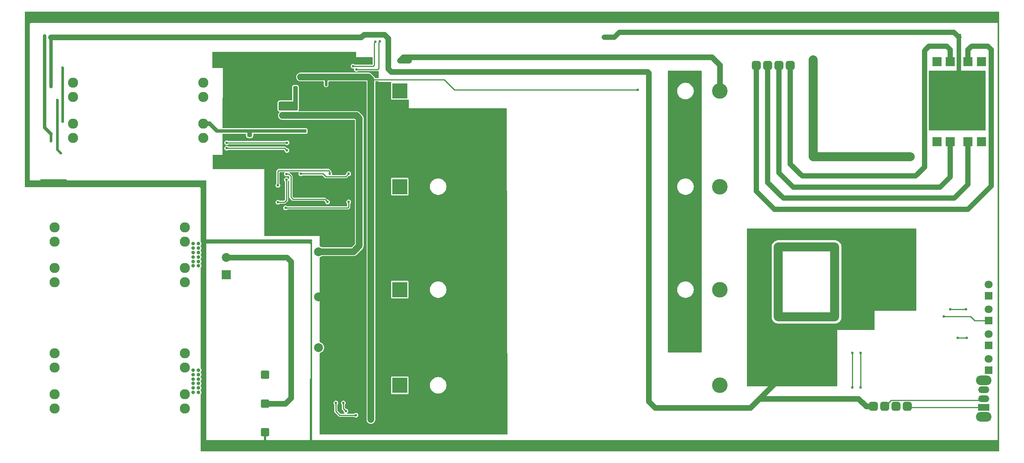
<source format=gbr>
%TF.GenerationSoftware,KiCad,Pcbnew,8.0.9-8.0.9-0~ubuntu24.04.1*%
%TF.CreationDate,2025-03-26T21:15:19+01:00*%
%TF.ProjectId,HighIsoXFMR,48696768-4973-46f5-9846-4d522e6b6963,rev?*%
%TF.SameCoordinates,Original*%
%TF.FileFunction,Copper,L2,Bot*%
%TF.FilePolarity,Positive*%
%FSLAX46Y46*%
G04 Gerber Fmt 4.6, Leading zero omitted, Abs format (unit mm)*
G04 Created by KiCad (PCBNEW 8.0.9-8.0.9-0~ubuntu24.04.1) date 2025-03-26 21:15:19*
%MOMM*%
%LPD*%
G01*
G04 APERTURE LIST*
G04 Aperture macros list*
%AMRoundRect*
0 Rectangle with rounded corners*
0 $1 Rounding radius*
0 $2 $3 $4 $5 $6 $7 $8 $9 X,Y pos of 4 corners*
0 Add a 4 corners polygon primitive as box body*
4,1,4,$2,$3,$4,$5,$6,$7,$8,$9,$2,$3,0*
0 Add four circle primitives for the rounded corners*
1,1,$1+$1,$2,$3*
1,1,$1+$1,$4,$5*
1,1,$1+$1,$6,$7*
1,1,$1+$1,$8,$9*
0 Add four rect primitives between the rounded corners*
20,1,$1+$1,$2,$3,$4,$5,0*
20,1,$1+$1,$4,$5,$6,$7,0*
20,1,$1+$1,$6,$7,$8,$9,0*
20,1,$1+$1,$8,$9,$2,$3,0*%
G04 Aperture macros list end*
%TA.AperFunction,EtchedComponent*%
%ADD10C,2.000000*%
%TD*%
%TA.AperFunction,ComponentPad*%
%ADD11R,1.800000X1.800000*%
%TD*%
%TA.AperFunction,ComponentPad*%
%ADD12C,1.800000*%
%TD*%
%TA.AperFunction,ComponentPad*%
%ADD13R,3.500000X3.500000*%
%TD*%
%TA.AperFunction,ComponentPad*%
%ADD14C,3.500000*%
%TD*%
%TA.AperFunction,ComponentPad*%
%ADD15R,2.000000X2.000000*%
%TD*%
%TA.AperFunction,ComponentPad*%
%ADD16C,2.000000*%
%TD*%
%TA.AperFunction,ComponentPad*%
%ADD17C,0.600000*%
%TD*%
%TA.AperFunction,SMDPad,CuDef*%
%ADD18R,1.600000X0.900000*%
%TD*%
%TA.AperFunction,ComponentPad*%
%ADD19O,3.500000X2.200000*%
%TD*%
%TA.AperFunction,ComponentPad*%
%ADD20R,2.500000X1.500000*%
%TD*%
%TA.AperFunction,ComponentPad*%
%ADD21O,2.500000X1.500000*%
%TD*%
%TA.AperFunction,ComponentPad*%
%ADD22RoundRect,0.250000X-0.675000X0.675000X-0.675000X-0.675000X0.675000X-0.675000X0.675000X0.675000X0*%
%TD*%
%TA.AperFunction,ComponentPad*%
%ADD23RoundRect,0.500000X0.500000X-0.500000X0.500000X0.500000X-0.500000X0.500000X-0.500000X-0.500000X0*%
%TD*%
%TA.AperFunction,ComponentPad*%
%ADD24C,2.286000*%
%TD*%
%TA.AperFunction,ViaPad*%
%ADD25C,0.600000*%
%TD*%
%TA.AperFunction,ViaPad*%
%ADD26C,0.800000*%
%TD*%
%TA.AperFunction,Conductor*%
%ADD27C,0.250000*%
%TD*%
%TA.AperFunction,Conductor*%
%ADD28C,0.600000*%
%TD*%
%TA.AperFunction,Conductor*%
%ADD29C,1.200000*%
%TD*%
%TA.AperFunction,Conductor*%
%ADD30C,0.800000*%
%TD*%
%TA.AperFunction,Conductor*%
%ADD31C,1.250000*%
%TD*%
%TA.AperFunction,Conductor*%
%ADD32C,0.500000*%
%TD*%
%TA.AperFunction,Conductor*%
%ADD33C,1.500000*%
%TD*%
G04 APERTURE END LIST*
D10*
%TO.C,U3*%
X200138600Y-103234000D02*
X212838600Y-103234000D01*
X200138600Y-118982000D02*
X200138600Y-103234000D01*
X208012600Y-61070000D02*
X208012600Y-82914000D01*
X212838600Y-103234000D02*
X212838600Y-118982000D01*
X212838600Y-118982000D02*
X200138600Y-118982000D01*
X229856600Y-82914000D02*
X208012600Y-82914000D01*
%TD*%
D11*
%TO.P,D17,1,K*%
%TO.N,/STAT*%
X247415000Y-125400000D03*
D12*
%TO.P,D17,2,A*%
%TO.N,Net-(D17-A)*%
X247415000Y-122860000D03*
%TD*%
D13*
%TO.P,BT5,1,+*%
%TO.N,Net-(BT5-+)*%
X114995000Y-68100000D03*
D14*
%TO.P,BT5,2,-*%
%TO.N,Net-(BT5--)*%
X186995000Y-68100000D03*
%TD*%
D15*
%TO.P,TP7,1,1*%
%TO.N,/1V*%
X238790000Y-79522500D03*
%TD*%
%TO.P,TP1,1,1*%
%TO.N,Net-(U8D--)*%
X235790000Y-61522500D03*
%TD*%
%TO.P,TP6,1,1*%
%TO.N,/X*%
X242790000Y-79522500D03*
%TD*%
D11*
%TO.P,D15,1,K*%
%TO.N,GND*%
X247415000Y-119800000D03*
D12*
%TO.P,D15,2,A*%
%TO.N,Net-(D15-A)*%
X247415000Y-117260000D03*
%TD*%
D15*
%TO.P,PS1,1,AC(L)*%
%TO.N,Net-(J3-Pin_1)*%
X76000000Y-109500000D03*
D16*
%TO.P,PS1,2,AC(N)*%
%TO.N,Net-(J4-Pin_1)*%
X76000000Y-105600000D03*
%TO.P,PS1,3,NC*%
%TO.N,unconnected-(PS1-NC-Pad3)*%
X96760000Y-125900000D03*
%TO.P,PS1,4,-Vout*%
%TO.N,GND*%
X96760000Y-114470000D03*
%TO.P,PS1,5,+Vout*%
%TO.N,/5VIN*%
X96760000Y-104310000D03*
%TD*%
D11*
%TO.P,D2,1,K*%
%TO.N,/COND*%
X247415000Y-131000000D03*
D12*
%TO.P,D2,2,A*%
%TO.N,Net-(D2-A)*%
X247415000Y-128460000D03*
%TD*%
D17*
%TO.P,U1,9,GND*%
%TO.N,GND*%
X101675200Y-77810300D03*
D18*
X102175200Y-77810300D03*
D17*
X102675200Y-77810300D03*
%TD*%
D19*
%TO.P,SW1,*%
%TO.N,*%
X246315000Y-141514000D03*
X246315000Y-133314000D03*
D20*
%TO.P,SW1,1,A*%
%TO.N,/VDD*%
X246315000Y-139414000D03*
D21*
%TO.P,SW1,2,B*%
%TO.N,/HEATER*%
X246315000Y-137414000D03*
%TO.P,SW1,3*%
%TO.N,N/C*%
X246315000Y-135414000D03*
%TD*%
D22*
%TO.P,J4,1,Pin_1*%
%TO.N,Net-(J4-Pin_1)*%
X84690000Y-138500000D03*
%TD*%
D15*
%TO.P,TP4,1,1*%
%TO.N,Net-(U8A--)*%
X235790000Y-79522500D03*
%TD*%
D13*
%TO.P,BT7,1,+*%
%TO.N,Net-(BT7-+)*%
X114995000Y-112850000D03*
D14*
%TO.P,BT7,2,-*%
%TO.N,Net-(BT5--)*%
X186995000Y-112850000D03*
%TD*%
D11*
%TO.P,D16,1,K*%
%TO.N,/~{PG}*%
X247396000Y-114200000D03*
D12*
%TO.P,D16,2,A*%
%TO.N,Net-(D16-A)*%
X247396000Y-111660000D03*
%TD*%
D23*
%TO.P,U3,1,GND*%
%TO.N,/VSS*%
X221525400Y-139149600D03*
%TO.P,U3,2,HEATER_SHDN*%
%TO.N,/HEATER*%
X224065400Y-139149600D03*
%TO.P,U3,3,COND_STAT*%
%TO.N,/COND*%
X226605400Y-139149600D03*
%TO.P,U3,4,VIN*%
%TO.N,/VDD*%
X229145400Y-139149600D03*
%TO.P,U3,5,0V*%
%TO.N,/0V*%
X195211000Y-62289200D03*
%TO.P,U3,6,X*%
%TO.N,/X*%
X197751000Y-62289200D03*
%TO.P,U3,7,1V*%
%TO.N,/1V*%
X200291000Y-62289200D03*
%TO.P,U3,8,10V*%
%TO.N,/10V*%
X202831000Y-62289200D03*
%TD*%
D22*
%TO.P,J5,1,Pin_1*%
%TO.N,Earth*%
X84690000Y-145000000D03*
%TD*%
D24*
%TO.P,TR2,1*%
%TO.N,unconnected-(TR2-Pad1)*%
X37400000Y-98800000D03*
%TO.P,TR2,2*%
%TO.N,Net-(TR2-Pad2)*%
X37400000Y-102000400D03*
%TO.P,TR2,3*%
X37400000Y-107994800D03*
%TO.P,TR2,4*%
%TO.N,unconnected-(TR2-Pad4)*%
X37400000Y-111195200D03*
%TO.P,TR2,5*%
%TO.N,unconnected-(TR2-Pad5)*%
X66700000Y-98802400D03*
%TO.P,TR2,6*%
%TO.N,Net-(TR2-Pad6)*%
X66700000Y-102002800D03*
%TO.P,TR2,7*%
X66700000Y-107997200D03*
%TO.P,TR2,8*%
%TO.N,unconnected-(TR2-Pad8)*%
X66700000Y-111197600D03*
%TD*%
D15*
%TO.P,TP8,1,1*%
%TO.N,/0V*%
X242790000Y-61522500D03*
%TD*%
D24*
%TO.P,TR3,1*%
%TO.N,unconnected-(TR3-Pad1)*%
X37400000Y-127215475D03*
%TO.P,TR3,2*%
%TO.N,Net-(TR3-Pad2)*%
X37400000Y-130415875D03*
%TO.P,TR3,3*%
X37400000Y-136410275D03*
%TO.P,TR3,4*%
%TO.N,unconnected-(TR3-Pad4)*%
X37400000Y-139610675D03*
%TO.P,TR3,5*%
%TO.N,unconnected-(TR3-Pad5)*%
X66700000Y-127217875D03*
%TO.P,TR3,6*%
%TO.N,Net-(TR3-Pad6)*%
X66700000Y-130418275D03*
%TO.P,TR3,7*%
X66700000Y-136412675D03*
%TO.P,TR3,8*%
%TO.N,unconnected-(TR3-Pad8)*%
X66700000Y-139613075D03*
%TD*%
D15*
%TO.P,TP2,1,1*%
%TO.N,Net-(U8B--)*%
X245790000Y-79522500D03*
%TD*%
D24*
%TO.P,TR1,1*%
%TO.N,Net-(D14-K)*%
X70800000Y-78647600D03*
%TO.P,TR1,2*%
%TO.N,/VIN*%
X70800000Y-75447200D03*
%TO.P,TR1,3*%
X70800000Y-69452800D03*
%TO.P,TR1,4*%
%TO.N,Net-(D13-K)*%
X70800000Y-66252400D03*
%TO.P,TR1,5*%
%TO.N,Net-(D7-A)*%
X41500000Y-78645200D03*
%TO.P,TR1,6*%
%TO.N,Net-(C11-Pad1)*%
X41500000Y-75444800D03*
%TO.P,TR1,7*%
X41500000Y-69450400D03*
%TO.P,TR1,8*%
%TO.N,Net-(D5-A)*%
X41500000Y-66250000D03*
%TD*%
D15*
%TO.P,TP3,1,1*%
%TO.N,Net-(U8C--)*%
X245790000Y-61522500D03*
%TD*%
D13*
%TO.P,BT6,1,+*%
%TO.N,Net-(BT6-+)*%
X114995000Y-89650000D03*
D14*
%TO.P,BT6,2,-*%
%TO.N,Net-(BT5--)*%
X186995000Y-89650000D03*
%TD*%
D13*
%TO.P,BT8,1,+*%
%TO.N,Net-(BT8-+)*%
X114995000Y-134400000D03*
D14*
%TO.P,BT8,2,-*%
%TO.N,Net-(BT5--)*%
X186995000Y-134400000D03*
%TD*%
D22*
%TO.P,J3,1,Pin_1*%
%TO.N,Net-(J3-Pin_1)*%
X84690000Y-132000000D03*
%TD*%
D15*
%TO.P,TP5,1,1*%
%TO.N,/10V*%
X238790000Y-61522500D03*
%TD*%
D25*
%TO.N,GND*%
X75600000Y-72600000D03*
X75600000Y-73697600D03*
X75600000Y-71447600D03*
X79502000Y-78994000D03*
X80010000Y-74422000D03*
X78486000Y-67564000D03*
D26*
%TO.N,*%
X68500000Y-133000000D03*
X69750000Y-135000000D03*
X69750000Y-107500000D03*
X69750000Y-104500000D03*
X69750000Y-134000000D03*
X68500000Y-135000000D03*
X69750000Y-131000000D03*
X68500000Y-103500000D03*
X68500000Y-104500000D03*
X68500000Y-105500000D03*
X68500000Y-106500000D03*
X69750000Y-105500000D03*
X68500000Y-131000000D03*
X68500000Y-102500000D03*
X68500000Y-136000000D03*
X69750000Y-132000000D03*
X68500000Y-132000000D03*
X69750000Y-133000000D03*
X69750000Y-106500000D03*
X68500000Y-134000000D03*
X68500000Y-107500000D03*
X69750000Y-102500000D03*
X69750000Y-136000000D03*
X69750000Y-103500000D03*
D25*
%TO.N,GND*%
X136891667Y-80501750D03*
X126891667Y-140501750D03*
X83587700Y-84741550D03*
X111891667Y-115501750D03*
X80087700Y-78241550D03*
X101891667Y-130501750D03*
X78587700Y-84741550D03*
X131891667Y-105501750D03*
X87630000Y-94430000D03*
X79837700Y-83491550D03*
X136891667Y-95501750D03*
X103632000Y-100076000D03*
X78587700Y-70741550D03*
X136891667Y-90501750D03*
X131891667Y-115501750D03*
X111891667Y-70501750D03*
X116891667Y-95501750D03*
X116891667Y-75501750D03*
X96891667Y-70501750D03*
X136891667Y-125501750D03*
X96891667Y-95501750D03*
X77337700Y-71991550D03*
X131891667Y-95501750D03*
X126891667Y-80501750D03*
X121891667Y-140501750D03*
X131891667Y-120501750D03*
X104000000Y-82750000D03*
X116891667Y-100501750D03*
X111891667Y-80501750D03*
X136891667Y-110501750D03*
X81891667Y-65501750D03*
X97536000Y-107950000D03*
X111891667Y-90501750D03*
X111891667Y-120501750D03*
X136891667Y-75501750D03*
X111891667Y-75501750D03*
X216750000Y-127125000D03*
X136891667Y-130501750D03*
X136891667Y-105501750D03*
X86100000Y-94430000D03*
X126891667Y-110501750D03*
X103632000Y-99314000D03*
X121891667Y-95501750D03*
X136891667Y-100501750D03*
X131891667Y-75501750D03*
X136891667Y-85501750D03*
X94250000Y-84750000D03*
X131891667Y-90501750D03*
X121891667Y-120501750D03*
X76087700Y-83491550D03*
X126891667Y-105501750D03*
X126891667Y-95501750D03*
X131891667Y-85501750D03*
X101891667Y-70501750D03*
X126891667Y-85501750D03*
X126891667Y-100501750D03*
X81087700Y-83491550D03*
X116891667Y-80501750D03*
X136891667Y-135501750D03*
X111891667Y-130501750D03*
X116891667Y-120501750D03*
X121891667Y-80501750D03*
X116891667Y-140501750D03*
X97536000Y-106934000D03*
X131891667Y-140501750D03*
X136891667Y-115501750D03*
X121891667Y-125501750D03*
X121891667Y-75501750D03*
X121891667Y-130501750D03*
X81891667Y-60501750D03*
X131891667Y-80501750D03*
X111891667Y-125501750D03*
X77337700Y-70741550D03*
X126891667Y-90501750D03*
X136891667Y-120501750D03*
X121891667Y-100501750D03*
X80087700Y-75741550D03*
X116891667Y-125501750D03*
X111125000Y-142625000D03*
X116891667Y-130501750D03*
X82337700Y-84741550D03*
X126891667Y-120501750D03*
X79837700Y-73241550D03*
X216750000Y-134875000D03*
X121891667Y-115501750D03*
X131891667Y-130501750D03*
X76891667Y-60501750D03*
X89637700Y-82991550D03*
X79837700Y-84741550D03*
X78587700Y-73241550D03*
X76087700Y-84741550D03*
X136891667Y-140501750D03*
X111891667Y-105501750D03*
X126891667Y-125501750D03*
X111891667Y-135501750D03*
X237375000Y-118875000D03*
X104000000Y-81500000D03*
X111891667Y-100501750D03*
X91891667Y-95501750D03*
X89637700Y-78241550D03*
X116891667Y-105501750D03*
X111891667Y-95501750D03*
X131891667Y-100501750D03*
X131891667Y-110501750D03*
X77337700Y-84741550D03*
X131891667Y-125501750D03*
X111891667Y-140501750D03*
X76891667Y-65501750D03*
X126891667Y-135501750D03*
X91891667Y-60501750D03*
X121891667Y-110501750D03*
X86891667Y-60501750D03*
X78587700Y-71991550D03*
X81087700Y-84741550D03*
X126891667Y-75501750D03*
X116891667Y-115501750D03*
X121891667Y-85501750D03*
X126891667Y-115501750D03*
X95500000Y-84750000D03*
X131891667Y-135501750D03*
X81087700Y-82241550D03*
X121891667Y-105501750D03*
X126891667Y-130501750D03*
%TO.N,/~{PG}*%
X104500000Y-62500000D03*
X109539000Y-56961000D03*
%TO.N,Net-(D5-K)*%
X38750000Y-82042000D03*
X38000000Y-70104000D03*
%TO.N,Net-(D6-A)*%
X39116000Y-74930000D03*
X39116000Y-62800000D03*
%TO.N,/STAT*%
X110547000Y-56953000D03*
X105250000Y-63250000D03*
%TO.N,Net-(D10-K)*%
X91575200Y-69991550D03*
X91575200Y-67491550D03*
X88275200Y-71991550D03*
X91575200Y-70741550D03*
X88275200Y-70991550D03*
%TO.N,/VIN*%
X93525200Y-77241550D03*
X81275200Y-76991550D03*
X81275200Y-78241550D03*
%TO.N,Net-(U2-CT)*%
X76087700Y-79741550D03*
X89637700Y-79741550D03*
%TO.N,/VDD*%
X35052000Y-56388000D03*
X234500000Y-73500000D03*
X161000000Y-56000000D03*
X36500000Y-77750000D03*
X163250000Y-56000000D03*
X240750000Y-71250000D03*
X234500000Y-72500000D03*
X240770000Y-70250000D03*
X239792500Y-70957500D03*
X234500000Y-68000000D03*
X161750000Y-56000000D03*
X234500000Y-67000000D03*
X35052000Y-55626000D03*
X36500000Y-79337500D03*
X241727500Y-70977500D03*
X162500000Y-56000000D03*
%TO.N,/VSS*%
X202231667Y-131861750D03*
X212391667Y-126781750D03*
X225091667Y-101381750D03*
X207311667Y-124241750D03*
X214931667Y-114081750D03*
X222551667Y-111541750D03*
X217471667Y-101381750D03*
X230171667Y-111541750D03*
X199691667Y-129321750D03*
X227631667Y-101381750D03*
X194611667Y-114081750D03*
X227631667Y-116621750D03*
X199691667Y-126781750D03*
X214931667Y-116621750D03*
X199691667Y-121701750D03*
X199691667Y-101381750D03*
X220011667Y-111541750D03*
X217471667Y-106461750D03*
X197151667Y-129321750D03*
X217471667Y-116621750D03*
X220011667Y-109001750D03*
X217471667Y-119161750D03*
X214931667Y-101381750D03*
X202231667Y-124241750D03*
X222551667Y-101381750D03*
X36500000Y-67050000D03*
X197151667Y-119161750D03*
X197151667Y-121701750D03*
X207311667Y-101381750D03*
X230171667Y-109001750D03*
X197151667Y-103921750D03*
X197151667Y-131861750D03*
X194611667Y-126781750D03*
X194611667Y-116621750D03*
X204771667Y-121701750D03*
X225091667Y-109001750D03*
X197151667Y-114081750D03*
X207311667Y-126781750D03*
X214931667Y-119161750D03*
X194611667Y-103921750D03*
X209851667Y-101381750D03*
X220011667Y-101381750D03*
X197151667Y-101381750D03*
X204771667Y-124241750D03*
X207311667Y-121701750D03*
X220011667Y-103921750D03*
X227631667Y-106461750D03*
X194611667Y-106461750D03*
X197151667Y-109001750D03*
X217471667Y-103921750D03*
X202231667Y-121701750D03*
X202231667Y-101381750D03*
X214931667Y-111541750D03*
X222551667Y-103921750D03*
X171000000Y-65500000D03*
X194611667Y-111541750D03*
X199691667Y-124241750D03*
X209851667Y-121701750D03*
X194611667Y-119161750D03*
X204771667Y-131861750D03*
X197151667Y-116621750D03*
X36500000Y-65437500D03*
X212391667Y-101381750D03*
X171000000Y-64000000D03*
X217471667Y-109001750D03*
X225091667Y-116621750D03*
X194611667Y-131861750D03*
X227631667Y-109001750D03*
X204771667Y-126781750D03*
X171000000Y-66250000D03*
X222551667Y-106461750D03*
X230171667Y-116621750D03*
X212391667Y-121701750D03*
X197151667Y-106461750D03*
X225091667Y-106461750D03*
X197151667Y-124241750D03*
X222551667Y-109001750D03*
X197151667Y-111541750D03*
X202231667Y-129321750D03*
X227631667Y-103921750D03*
X225091667Y-103921750D03*
X202231667Y-126781750D03*
X204771667Y-101381750D03*
X227631667Y-114081750D03*
X214931667Y-103921750D03*
X220011667Y-114081750D03*
X204771667Y-129321750D03*
X220011667Y-116621750D03*
X214931667Y-109001750D03*
X209851667Y-126781750D03*
X230171667Y-106461750D03*
X230171667Y-103921750D03*
X212391667Y-124241750D03*
X194611667Y-124241750D03*
X214931667Y-106461750D03*
X194611667Y-129321750D03*
X194611667Y-121701750D03*
X225091667Y-111541750D03*
X197151667Y-126781750D03*
X225091667Y-114081750D03*
X171000000Y-64750000D03*
X194611667Y-109001750D03*
X199691667Y-131861750D03*
X194611667Y-101381750D03*
X227631667Y-111541750D03*
X209851667Y-124241750D03*
X220011667Y-106461750D03*
X207311667Y-129321750D03*
X209851667Y-129321750D03*
X220011667Y-119161750D03*
X230171667Y-114081750D03*
X230171667Y-101381750D03*
X217471667Y-114081750D03*
X207311667Y-131861750D03*
X217471667Y-111541750D03*
%TO.N,Net-(U2-RT)*%
X89637700Y-81491550D03*
X76087700Y-80991550D03*
%TO.N,Net-(U6B-Q3)*%
X89320000Y-94430000D03*
X103500000Y-93100000D03*
%TO.N,Net-(U6A-Q0)*%
X99250000Y-86750000D03*
X87600000Y-89350000D03*
%TO.N,Net-(U6A-Q3)*%
X89500000Y-88080000D03*
X87590000Y-93160000D03*
%TO.N,Earth*%
X249174000Y-50800000D03*
X31242000Y-51816000D03*
X249174000Y-148590000D03*
X70866000Y-147574000D03*
X31242000Y-50800000D03*
X249174000Y-147574000D03*
X70866000Y-148590000D03*
X249174000Y-51816000D03*
%TO.N,Net-(BT5--)*%
X116000000Y-61250000D03*
X115000000Y-61250000D03*
X117000000Y-61250000D03*
%TO.N,/5VIN*%
X88625000Y-73250000D03*
X88625000Y-74000000D03*
X103500000Y-86750000D03*
X89375000Y-74000000D03*
X92750000Y-86750000D03*
X89375000Y-73250000D03*
%TO.N,/VBAT*%
X240500000Y-123750000D03*
X98425200Y-66702800D03*
X168500000Y-67818000D03*
X93675200Y-64952800D03*
X105125000Y-141137500D03*
X108500000Y-142122500D03*
X92675200Y-64952800D03*
X108500000Y-75622500D03*
X242500000Y-123750000D03*
X108500000Y-97122500D03*
X100625000Y-138387500D03*
X108500000Y-120372500D03*
%TO.N,/CLK*%
X98750000Y-93100000D03*
X89500000Y-86810000D03*
%TO.N,Net-(U7--)*%
X102312500Y-138387500D03*
X102862500Y-140187500D03*
%TO.N,Net-(R34-Pad2)*%
X218625000Y-127125000D03*
X242375000Y-117250000D03*
X218625000Y-134875000D03*
X238750000Y-117250000D03*
%TO.N,GND*%
X79837700Y-70741550D03*
X79837700Y-82241550D03*
%TD*%
D27*
%TO.N,GND*%
X247415000Y-119800000D02*
X244257000Y-119800000D01*
X244257000Y-119800000D02*
X243332000Y-118875000D01*
X243332000Y-118875000D02*
X237375000Y-118875000D01*
X216750000Y-134875000D02*
X216750000Y-127125000D01*
%TO.N,/~{PG}*%
X109250000Y-57250000D02*
X109250000Y-62250000D01*
X109250000Y-62250000D02*
X109000000Y-62500000D01*
X109000000Y-62500000D02*
X104500000Y-62500000D01*
X109539000Y-56961000D02*
X109250000Y-57250000D01*
D28*
%TO.N,Net-(D5-K)*%
X38000000Y-70104000D02*
X38000000Y-81292000D01*
X38000000Y-81292000D02*
X38750000Y-82042000D01*
%TO.N,Net-(D6-A)*%
X39116000Y-74930000D02*
X39116000Y-62800000D01*
D27*
%TO.N,/STAT*%
X110250000Y-57250000D02*
X110250000Y-63000000D01*
X110547000Y-56953000D02*
X110250000Y-57250000D01*
X110250000Y-63000000D02*
X110000000Y-63250000D01*
X110000000Y-63250000D02*
X105250000Y-63250000D01*
%TO.N,Net-(U2-CT)*%
X76087700Y-79741550D02*
X89637700Y-79741550D01*
%TO.N,/VDD*%
X245815000Y-139400000D02*
X229345000Y-139400000D01*
D29*
X164386000Y-54864000D02*
X163250000Y-56000000D01*
D30*
X36500000Y-77750000D02*
X35052000Y-76302000D01*
X35052000Y-76302000D02*
X35052000Y-55626000D01*
D29*
X163250000Y-56000000D02*
X161000000Y-56000000D01*
D27*
X246315000Y-139900000D02*
X245815000Y-139400000D01*
D29*
X240750000Y-56000000D02*
X239614000Y-54864000D01*
D28*
X36500000Y-79337500D02*
X36500000Y-77750000D01*
D29*
X239614000Y-54864000D02*
X164386000Y-54864000D01*
D27*
X229345000Y-139400000D02*
X229120000Y-139175000D01*
D31*
%TO.N,/VSS*%
X193802000Y-139446000D02*
X195834000Y-137414000D01*
X113030000Y-63754000D02*
X170754000Y-63754000D01*
X111506000Y-55372000D02*
X112376000Y-56242000D01*
X112376000Y-63100000D02*
X113030000Y-63754000D01*
X106306000Y-56000000D02*
X106934000Y-55372000D01*
D30*
X36500000Y-56000000D02*
X36500000Y-67050000D01*
D31*
X112376000Y-56242000D02*
X112376000Y-63100000D01*
X172446000Y-139446000D02*
X193802000Y-139446000D01*
X36500000Y-56000000D02*
X106306000Y-56000000D01*
X171000000Y-138000000D02*
X172446000Y-139446000D01*
X170754000Y-63754000D02*
X171000000Y-64000000D01*
X219899600Y-139149600D02*
X221525400Y-139149600D01*
X171000000Y-64000000D02*
X171000000Y-138000000D01*
X106934000Y-55372000D02*
X111506000Y-55372000D01*
X200660000Y-132588000D02*
X200660000Y-132080000D01*
X218164000Y-137414000D02*
X219899600Y-139149600D01*
X195834000Y-137414000D02*
X218164000Y-137414000D01*
X195834000Y-137414000D02*
X200660000Y-132588000D01*
D27*
%TO.N,Net-(U2-RT)*%
X89137700Y-80991550D02*
X89637700Y-81491550D01*
X76087700Y-80991550D02*
X89137700Y-80991550D01*
%TO.N,Net-(U6B-Q3)*%
X103500000Y-94250000D02*
X103500000Y-93250000D01*
X103320000Y-94430000D02*
X103500000Y-94250000D01*
X89320000Y-94430000D02*
X103320000Y-94430000D01*
%TO.N,Net-(U6A-Q0)*%
X87750000Y-86000000D02*
X99000000Y-86000000D01*
X99000000Y-86000000D02*
X99250000Y-86250000D01*
X87600000Y-86150000D02*
X87750000Y-86000000D01*
X99250000Y-86250000D02*
X99250000Y-86750000D01*
X87600000Y-89350000D02*
X87600000Y-86150000D01*
%TO.N,Net-(U6A-Q3)*%
X89090000Y-93160000D02*
X89500000Y-92750000D01*
X87590000Y-93160000D02*
X89090000Y-93160000D01*
X89500000Y-92750000D02*
X89500000Y-88080000D01*
%TO.N,/HEATER*%
X246165000Y-137750000D02*
X225465000Y-137750000D01*
X246315000Y-137900000D02*
X246165000Y-137750000D01*
X225465000Y-137750000D02*
X224040000Y-139175000D01*
D31*
%TO.N,Net-(J4-Pin_1)*%
X89250000Y-138500000D02*
X90500000Y-137250000D01*
X89600000Y-105600000D02*
X76000000Y-105600000D01*
X90500000Y-106500000D02*
X89600000Y-105600000D01*
X84690000Y-138500000D02*
X89250000Y-138500000D01*
X90500000Y-137250000D02*
X90500000Y-106500000D01*
D32*
%TO.N,Earth*%
X84690000Y-145000000D02*
X84690000Y-147690000D01*
X84690000Y-147690000D02*
X84750000Y-147750000D01*
D29*
%TO.N,/X*%
X242790000Y-89210000D02*
X242790000Y-79522500D01*
X197751000Y-88751000D02*
X201250000Y-92250000D01*
X239750000Y-92250000D02*
X242790000Y-89210000D01*
X201250000Y-92250000D02*
X239750000Y-92250000D01*
X197751000Y-62289200D02*
X197751000Y-88751000D01*
%TO.N,/10V*%
X234000000Y-58000000D02*
X238000000Y-58000000D01*
X202831000Y-84581000D02*
X205500000Y-87250000D01*
X238790000Y-58790000D02*
X238790000Y-61522500D01*
X238000000Y-58000000D02*
X238790000Y-58790000D01*
X202831000Y-62289200D02*
X202831000Y-84581000D01*
X231000000Y-87250000D02*
X233000000Y-85250000D01*
X205500000Y-87250000D02*
X231000000Y-87250000D01*
X233000000Y-85250000D02*
X233000000Y-59000000D01*
X233000000Y-59000000D02*
X234000000Y-58000000D01*
%TO.N,/1V*%
X203500000Y-89750000D02*
X236500000Y-89750000D01*
X200291000Y-62289200D02*
X200291000Y-86541000D01*
X238790000Y-87460000D02*
X238790000Y-79522500D01*
X236500000Y-89750000D02*
X238790000Y-87460000D01*
X200291000Y-86541000D02*
X203500000Y-89750000D01*
D31*
%TO.N,Net-(BT5--)*%
X115798000Y-60452000D02*
X185202000Y-60452000D01*
X117000000Y-61250000D02*
X115000000Y-61250000D01*
X117000000Y-61250000D02*
X116000000Y-61250000D01*
X185202000Y-60452000D02*
X186995000Y-62245000D01*
X115000000Y-61250000D02*
X115798000Y-60452000D01*
X186995000Y-62245000D02*
X186995000Y-68100000D01*
D27*
%TO.N,/5VIN*%
X97750000Y-86750000D02*
X98375000Y-87375000D01*
D33*
X104565000Y-104310000D02*
X105875000Y-103000000D01*
X105875000Y-74250000D02*
X105250000Y-73625000D01*
X105250000Y-73625000D02*
X88625000Y-73625000D01*
D27*
X102875000Y-87375000D02*
X103500000Y-86750000D01*
D33*
X96760000Y-104310000D02*
X104565000Y-104310000D01*
D27*
X98375000Y-87375000D02*
X102875000Y-87375000D01*
D33*
X105875000Y-103000000D02*
X105875000Y-74250000D01*
D27*
X92750000Y-86750000D02*
X97750000Y-86750000D01*
D28*
%TO.N,/VBAT*%
X98175200Y-64952800D02*
X92675200Y-64952800D01*
X98425200Y-65202800D02*
X98175200Y-64952800D01*
D27*
X242500000Y-123750000D02*
X240500000Y-123750000D01*
X168500000Y-67818000D02*
X127254000Y-67818000D01*
X124968000Y-65532000D02*
X108532000Y-65532000D01*
D33*
X108500000Y-75622500D02*
X108500000Y-142122500D01*
X108500000Y-68750000D02*
X108500000Y-75622500D01*
X107952800Y-64952800D02*
X92675200Y-64952800D01*
D27*
X108532000Y-65532000D02*
X107952800Y-64952800D01*
D33*
X108500000Y-65500000D02*
X108500000Y-68750000D01*
D27*
X127254000Y-67818000D02*
X124968000Y-65532000D01*
X100625000Y-140262500D02*
X101500000Y-141137500D01*
X101500000Y-141137500D02*
X105125000Y-141137500D01*
D28*
X98425200Y-66702800D02*
X98425200Y-65202800D01*
D27*
X100625000Y-138387500D02*
X100625000Y-140262500D01*
D28*
X98175200Y-64952800D02*
X107952800Y-64952800D01*
D33*
X108500000Y-65500000D02*
X107952800Y-64952800D01*
D27*
%TO.N,/CLK*%
X98150000Y-92500000D02*
X98750000Y-93100000D01*
X91000000Y-92500000D02*
X98150000Y-92500000D01*
X90500000Y-87250000D02*
X90500000Y-92000000D01*
X90500000Y-92000000D02*
X91000000Y-92500000D01*
X90060000Y-86810000D02*
X90500000Y-87250000D01*
X89500000Y-86810000D02*
X90060000Y-86810000D01*
D29*
%TO.N,/0V*%
X248000000Y-58750000D02*
X247250000Y-58000000D01*
X195211000Y-90711000D02*
X199250000Y-94750000D01*
X242750000Y-94750000D02*
X248000000Y-89500000D01*
X247250000Y-58000000D02*
X243580000Y-58000000D01*
X195211000Y-62289200D02*
X195211000Y-90711000D01*
X243580000Y-58000000D02*
X242790000Y-58790000D01*
X242790000Y-58790000D02*
X242790000Y-61522500D01*
X248000000Y-89500000D02*
X248000000Y-58750000D01*
X199250000Y-94750000D02*
X242750000Y-94750000D01*
D27*
%TO.N,Net-(U7--)*%
X102862500Y-140187500D02*
X102312500Y-139637500D01*
X102312500Y-139637500D02*
X102312500Y-138387500D01*
%TO.N,Net-(R34-Pad2)*%
X238750000Y-117250000D02*
X242375000Y-117250000D01*
X218625000Y-127125000D02*
X218625000Y-134875000D01*
%TD*%
%TA.AperFunction,NonConductor*%
G36*
X182823039Y-63519685D02*
G01*
X182868794Y-63572489D01*
X182880000Y-63624000D01*
X182880000Y-126876000D01*
X182860315Y-126943039D01*
X182807511Y-126988794D01*
X182756000Y-127000000D01*
X175384000Y-127000000D01*
X175316961Y-126980315D01*
X175271206Y-126927511D01*
X175260000Y-126876000D01*
X175260000Y-112728711D01*
X177399500Y-112728711D01*
X177399500Y-112971288D01*
X177431161Y-113211785D01*
X177493947Y-113446104D01*
X177586773Y-113670205D01*
X177586776Y-113670212D01*
X177708064Y-113880289D01*
X177708066Y-113880292D01*
X177708067Y-113880293D01*
X177855733Y-114072736D01*
X177855739Y-114072743D01*
X178027256Y-114244260D01*
X178027262Y-114244265D01*
X178219711Y-114391936D01*
X178429788Y-114513224D01*
X178653900Y-114606054D01*
X178888211Y-114668838D01*
X179068586Y-114692584D01*
X179128711Y-114700500D01*
X179128712Y-114700500D01*
X179371289Y-114700500D01*
X179419388Y-114694167D01*
X179611789Y-114668838D01*
X179846100Y-114606054D01*
X180070212Y-114513224D01*
X180280289Y-114391936D01*
X180472738Y-114244265D01*
X180644265Y-114072738D01*
X180791936Y-113880289D01*
X180913224Y-113670212D01*
X181006054Y-113446100D01*
X181068838Y-113211789D01*
X181100500Y-112971288D01*
X181100500Y-112728712D01*
X181068838Y-112488211D01*
X181006054Y-112253900D01*
X180913224Y-112029788D01*
X180791936Y-111819711D01*
X180644265Y-111627262D01*
X180644260Y-111627256D01*
X180472743Y-111455739D01*
X180472736Y-111455733D01*
X180280293Y-111308067D01*
X180280292Y-111308066D01*
X180280289Y-111308064D01*
X180070212Y-111186776D01*
X180070205Y-111186773D01*
X179846104Y-111093947D01*
X179611785Y-111031161D01*
X179371289Y-110999500D01*
X179371288Y-110999500D01*
X179128712Y-110999500D01*
X179128711Y-110999500D01*
X178888214Y-111031161D01*
X178653895Y-111093947D01*
X178429794Y-111186773D01*
X178429785Y-111186777D01*
X178219706Y-111308067D01*
X178027263Y-111455733D01*
X178027256Y-111455739D01*
X177855739Y-111627256D01*
X177855733Y-111627263D01*
X177708067Y-111819706D01*
X177586777Y-112029785D01*
X177586773Y-112029794D01*
X177493947Y-112253895D01*
X177431161Y-112488214D01*
X177399500Y-112728711D01*
X175260000Y-112728711D01*
X175260000Y-89528711D01*
X177399500Y-89528711D01*
X177399500Y-89771288D01*
X177431161Y-90011785D01*
X177493947Y-90246104D01*
X177586773Y-90470205D01*
X177586776Y-90470212D01*
X177708064Y-90680289D01*
X177708066Y-90680292D01*
X177708067Y-90680293D01*
X177855733Y-90872736D01*
X177855739Y-90872743D01*
X178027256Y-91044260D01*
X178027262Y-91044265D01*
X178219711Y-91191936D01*
X178429788Y-91313224D01*
X178653900Y-91406054D01*
X178888211Y-91468838D01*
X179068586Y-91492584D01*
X179128711Y-91500500D01*
X179128712Y-91500500D01*
X179371289Y-91500500D01*
X179419388Y-91494167D01*
X179611789Y-91468838D01*
X179846100Y-91406054D01*
X180070212Y-91313224D01*
X180280289Y-91191936D01*
X180472738Y-91044265D01*
X180644265Y-90872738D01*
X180791936Y-90680289D01*
X180913224Y-90470212D01*
X181006054Y-90246100D01*
X181068838Y-90011789D01*
X181100500Y-89771288D01*
X181100500Y-89528712D01*
X181068838Y-89288211D01*
X181006054Y-89053900D01*
X180913224Y-88829788D01*
X180791936Y-88619711D01*
X180644265Y-88427262D01*
X180644260Y-88427256D01*
X180472743Y-88255739D01*
X180472736Y-88255733D01*
X180280293Y-88108067D01*
X180280292Y-88108066D01*
X180280289Y-88108064D01*
X180070212Y-87986776D01*
X180070205Y-87986773D01*
X179846104Y-87893947D01*
X179611785Y-87831161D01*
X179371289Y-87799500D01*
X179371288Y-87799500D01*
X179128712Y-87799500D01*
X179128711Y-87799500D01*
X178888214Y-87831161D01*
X178653895Y-87893947D01*
X178429794Y-87986773D01*
X178429785Y-87986777D01*
X178219706Y-88108067D01*
X178027263Y-88255733D01*
X178027256Y-88255739D01*
X177855739Y-88427256D01*
X177855733Y-88427263D01*
X177708067Y-88619706D01*
X177586777Y-88829785D01*
X177586773Y-88829794D01*
X177493947Y-89053895D01*
X177431161Y-89288214D01*
X177399500Y-89528711D01*
X175260000Y-89528711D01*
X175260000Y-67978711D01*
X177399500Y-67978711D01*
X177399500Y-68221288D01*
X177431161Y-68461785D01*
X177493947Y-68696104D01*
X177586773Y-68920205D01*
X177586776Y-68920212D01*
X177708064Y-69130289D01*
X177708066Y-69130292D01*
X177708067Y-69130293D01*
X177855733Y-69322736D01*
X177855739Y-69322743D01*
X178027256Y-69494260D01*
X178027262Y-69494265D01*
X178219711Y-69641936D01*
X178429788Y-69763224D01*
X178653900Y-69856054D01*
X178888211Y-69918838D01*
X179068586Y-69942584D01*
X179128711Y-69950500D01*
X179128712Y-69950500D01*
X179371289Y-69950500D01*
X179419388Y-69944167D01*
X179611789Y-69918838D01*
X179846100Y-69856054D01*
X180070212Y-69763224D01*
X180280289Y-69641936D01*
X180472738Y-69494265D01*
X180644265Y-69322738D01*
X180791936Y-69130289D01*
X180913224Y-68920212D01*
X181006054Y-68696100D01*
X181068838Y-68461789D01*
X181100500Y-68221288D01*
X181100500Y-67978712D01*
X181068838Y-67738211D01*
X181006054Y-67503900D01*
X180913224Y-67279788D01*
X180791936Y-67069711D01*
X180644265Y-66877262D01*
X180644260Y-66877256D01*
X180472743Y-66705739D01*
X180472736Y-66705733D01*
X180280293Y-66558067D01*
X180280292Y-66558066D01*
X180280289Y-66558064D01*
X180070212Y-66436776D01*
X180070205Y-66436773D01*
X179846104Y-66343947D01*
X179611785Y-66281161D01*
X179371289Y-66249500D01*
X179371288Y-66249500D01*
X179128712Y-66249500D01*
X179128711Y-66249500D01*
X178888214Y-66281161D01*
X178653895Y-66343947D01*
X178429794Y-66436773D01*
X178429785Y-66436777D01*
X178219706Y-66558067D01*
X178027263Y-66705733D01*
X178027256Y-66705739D01*
X177855739Y-66877256D01*
X177855733Y-66877263D01*
X177708067Y-67069706D01*
X177586777Y-67279785D01*
X177586773Y-67279794D01*
X177493947Y-67503895D01*
X177431161Y-67738214D01*
X177399500Y-67978711D01*
X175260000Y-67978711D01*
X175260000Y-63624000D01*
X175279685Y-63556961D01*
X175332489Y-63511206D01*
X175384000Y-63500000D01*
X182756000Y-63500000D01*
X182823039Y-63519685D01*
G37*
%TD.AperFunction*%
%TA.AperFunction,Conductor*%
%TO.N,Earth*%
G36*
X249799500Y-149175500D02*
G01*
X249779815Y-149242539D01*
X249727011Y-149288294D01*
X249675500Y-149299500D01*
X70324500Y-149299500D01*
X70257461Y-149279815D01*
X70211706Y-149227011D01*
X70200500Y-149175500D01*
X70200500Y-146750000D01*
X249799500Y-146750000D01*
X249799500Y-149175500D01*
G37*
%TD.AperFunction*%
%TD*%
%TA.AperFunction,Conductor*%
%TO.N,Earth*%
G36*
X31799500Y-88039882D02*
G01*
X31830024Y-88113574D01*
X31886426Y-88169976D01*
X31960118Y-88200500D01*
X31960120Y-88200500D01*
X34039880Y-88200500D01*
X34039882Y-88200500D01*
X34113574Y-88169976D01*
X34169976Y-88113574D01*
X34185313Y-88076547D01*
X34229155Y-88022143D01*
X34295449Y-88000079D01*
X34299874Y-88000000D01*
X39950126Y-88000000D01*
X40017165Y-88019685D01*
X40062920Y-88072489D01*
X40064687Y-88076547D01*
X40080024Y-88113574D01*
X40136426Y-88169976D01*
X40210118Y-88200500D01*
X40210120Y-88200500D01*
X70000000Y-88200500D01*
X70000000Y-89799499D01*
X69948427Y-89799449D01*
X69947912Y-89799500D01*
X30824500Y-89799500D01*
X30757461Y-89779815D01*
X30711706Y-89727011D01*
X30700500Y-89675500D01*
X30700500Y-88000000D01*
X31799500Y-88000000D01*
X31799500Y-88039882D01*
G37*
%TD.AperFunction*%
%TD*%
%TA.AperFunction,Conductor*%
%TO.N,GND*%
G36*
X105057006Y-59245664D02*
G01*
X105115193Y-59264579D01*
X105151151Y-59314083D01*
X105155992Y-59344663D01*
X105155999Y-60452000D01*
X105156000Y-60452000D01*
X108800500Y-60452000D01*
X108858691Y-60470907D01*
X108894655Y-60520407D01*
X108899500Y-60551000D01*
X108899500Y-62050500D01*
X108880593Y-62108691D01*
X108831093Y-62144655D01*
X108800500Y-62149500D01*
X104940053Y-62149500D01*
X104881862Y-62130593D01*
X104879785Y-62129041D01*
X104765023Y-62040979D01*
X104765014Y-62040974D01*
X104637183Y-61988026D01*
X104637175Y-61988025D01*
X104500000Y-61969965D01*
X104499999Y-61969965D01*
X104362816Y-61988025D01*
X104362816Y-61988026D01*
X104234986Y-62040974D01*
X104234982Y-62040976D01*
X104125211Y-62125207D01*
X104125207Y-62125211D01*
X104040976Y-62234982D01*
X104040974Y-62234986D01*
X103988026Y-62362816D01*
X103988025Y-62362816D01*
X103969965Y-62499999D01*
X103988026Y-62637183D01*
X104040974Y-62765014D01*
X104040976Y-62765018D01*
X104125207Y-62874789D01*
X104125210Y-62874792D01*
X104132770Y-62880593D01*
X104234982Y-62959024D01*
X104362817Y-63011974D01*
X104500000Y-63030035D01*
X104625399Y-63013525D01*
X104685559Y-63024675D01*
X104727677Y-63069057D01*
X104736474Y-63124600D01*
X104719965Y-63249999D01*
X104738026Y-63387183D01*
X104790974Y-63515014D01*
X104790976Y-63515018D01*
X104875160Y-63624728D01*
X104875209Y-63624791D01*
X104984982Y-63709024D01*
X105112817Y-63761974D01*
X105250000Y-63780035D01*
X105387183Y-63761974D01*
X105515018Y-63709024D01*
X105624791Y-63624791D01*
X105624790Y-63624791D01*
X105629785Y-63620959D01*
X105687460Y-63600534D01*
X105690053Y-63600500D01*
X110046141Y-63600500D01*
X110046144Y-63600500D01*
X110111375Y-63583021D01*
X110172474Y-63586223D01*
X110220024Y-63624728D01*
X110235996Y-63678648D01*
X110235999Y-65082500D01*
X110217092Y-65140691D01*
X110167592Y-65176655D01*
X110136999Y-65181500D01*
X109490097Y-65181500D01*
X109431906Y-65162593D01*
X109398633Y-65120387D01*
X109382939Y-65082500D01*
X109366332Y-65042406D01*
X109365021Y-65038741D01*
X109257720Y-64878155D01*
X108574644Y-64195079D01*
X108495301Y-64142064D01*
X108414873Y-64088323D01*
X108414871Y-64088322D01*
X108362876Y-64066784D01*
X108237343Y-64014787D01*
X108048880Y-63977300D01*
X108048878Y-63977300D01*
X105262072Y-63977300D01*
X105251479Y-63973858D01*
X105237928Y-63977300D01*
X92579119Y-63977300D01*
X92390657Y-64014788D01*
X92390655Y-64014788D01*
X92213129Y-64088321D01*
X92213128Y-64088321D01*
X92053355Y-64195079D01*
X91917479Y-64330955D01*
X91810721Y-64490728D01*
X91810721Y-64490729D01*
X91737188Y-64668255D01*
X91737188Y-64668257D01*
X91699700Y-64856719D01*
X91699700Y-65048880D01*
X91737188Y-65237342D01*
X91737188Y-65237344D01*
X91810721Y-65414870D01*
X91810721Y-65414871D01*
X91917479Y-65574644D01*
X91917480Y-65574645D01*
X92053355Y-65710520D01*
X92213127Y-65817277D01*
X92390657Y-65890812D01*
X92579122Y-65928300D01*
X97800700Y-65928300D01*
X97858891Y-65947207D01*
X97894855Y-65996707D01*
X97899700Y-66027300D01*
X97899700Y-66661865D01*
X97898852Y-66674787D01*
X97895165Y-66702800D01*
X97898853Y-66730811D01*
X97899700Y-66743734D01*
X97899700Y-66771983D01*
X97907012Y-66799273D01*
X97909538Y-66811972D01*
X97913226Y-66839984D01*
X97924039Y-66866090D01*
X97928200Y-66878350D01*
X97935510Y-66905632D01*
X97935512Y-66905636D01*
X97949632Y-66930094D01*
X97949635Y-66930098D01*
X97955362Y-66941712D01*
X97966174Y-66967815D01*
X97983374Y-66990231D01*
X97990567Y-67000996D01*
X98004693Y-67025462D01*
X98004696Y-67025466D01*
X98024678Y-67045449D01*
X98033214Y-67055183D01*
X98050409Y-67077591D01*
X98050412Y-67077593D01*
X98072820Y-67094788D01*
X98082553Y-67103324D01*
X98102531Y-67123301D01*
X98102535Y-67123305D01*
X98123735Y-67135545D01*
X98127000Y-67137430D01*
X98137765Y-67144623D01*
X98160182Y-67161824D01*
X98160187Y-67161826D01*
X98186287Y-67172638D01*
X98197898Y-67178363D01*
X98198522Y-67178723D01*
X98222364Y-67192488D01*
X98249659Y-67199801D01*
X98261903Y-67203957D01*
X98288017Y-67214774D01*
X98316028Y-67218461D01*
X98328716Y-67220984D01*
X98356017Y-67228300D01*
X98384265Y-67228300D01*
X98397187Y-67229147D01*
X98425200Y-67232835D01*
X98453213Y-67229147D01*
X98466135Y-67228300D01*
X98494382Y-67228300D01*
X98494383Y-67228300D01*
X98521679Y-67220985D01*
X98534373Y-67218460D01*
X98562383Y-67214774D01*
X98588485Y-67203962D01*
X98600751Y-67199799D01*
X98628029Y-67192490D01*
X98628029Y-67192489D01*
X98628036Y-67192488D01*
X98652502Y-67178361D01*
X98664108Y-67172638D01*
X98690218Y-67161824D01*
X98712639Y-67144618D01*
X98723391Y-67137434D01*
X98747865Y-67123305D01*
X98767849Y-67103319D01*
X98777568Y-67094795D01*
X98799991Y-67077591D01*
X98817195Y-67055168D01*
X98825719Y-67045449D01*
X98845705Y-67025465D01*
X98859834Y-67000991D01*
X98867018Y-66990239D01*
X98884224Y-66967818D01*
X98895038Y-66941708D01*
X98900764Y-66930098D01*
X98914888Y-66905636D01*
X98919084Y-66889975D01*
X98922199Y-66878351D01*
X98926362Y-66866085D01*
X98930640Y-66855756D01*
X98937174Y-66839983D01*
X98940861Y-66811972D01*
X98943385Y-66799279D01*
X98950700Y-66771983D01*
X98950700Y-66743734D01*
X98951547Y-66730811D01*
X98955235Y-66702800D01*
X98951547Y-66674787D01*
X98950700Y-66661865D01*
X98950700Y-66027300D01*
X98969607Y-65969109D01*
X99019107Y-65933145D01*
X99049700Y-65928300D01*
X107425500Y-65928300D01*
X107483691Y-65947207D01*
X107519655Y-65996707D01*
X107524500Y-66027300D01*
X107524500Y-142218580D01*
X107561988Y-142407042D01*
X107561988Y-142407044D01*
X107635521Y-142584570D01*
X107635521Y-142584571D01*
X107742279Y-142744344D01*
X107742280Y-142744345D01*
X107878155Y-142880220D01*
X108037927Y-142986977D01*
X108215457Y-143060512D01*
X108403922Y-143098000D01*
X108403923Y-143098000D01*
X108596077Y-143098000D01*
X108596078Y-143098000D01*
X108784543Y-143060512D01*
X108962073Y-142986977D01*
X109121845Y-142880220D01*
X109257720Y-142744345D01*
X109364477Y-142584573D01*
X109438012Y-142407043D01*
X109475500Y-142218578D01*
X109475500Y-132627784D01*
X113019500Y-132627784D01*
X113019500Y-136172206D01*
X113019501Y-136172216D01*
X113032583Y-136237985D01*
X113032583Y-136237986D01*
X113082423Y-136312577D01*
X113107399Y-136329265D01*
X113157013Y-136362417D01*
X113173344Y-136365665D01*
X113222789Y-136375500D01*
X116767210Y-136375499D01*
X116767214Y-136375498D01*
X116767216Y-136375498D01*
X116777870Y-136373378D01*
X116832986Y-136362417D01*
X116907577Y-136312577D01*
X116957417Y-136237986D01*
X116970500Y-136172211D01*
X116970499Y-134278710D01*
X121789500Y-134278710D01*
X121789500Y-134521289D01*
X121821161Y-134761781D01*
X121821161Y-134761786D01*
X121883944Y-134996092D01*
X121883948Y-134996105D01*
X121976772Y-135220204D01*
X121976774Y-135220208D01*
X121976776Y-135220212D01*
X122098064Y-135430289D01*
X122098066Y-135430292D01*
X122245729Y-135622731D01*
X122245731Y-135622733D01*
X122245735Y-135622738D01*
X122417262Y-135794265D01*
X122417266Y-135794268D01*
X122417268Y-135794270D01*
X122609707Y-135941933D01*
X122609711Y-135941936D01*
X122819788Y-136063224D01*
X123043900Y-136156054D01*
X123278211Y-136218838D01*
X123518712Y-136250500D01*
X123518713Y-136250500D01*
X123761287Y-136250500D01*
X123761288Y-136250500D01*
X124001789Y-136218838D01*
X124236100Y-136156054D01*
X124460212Y-136063224D01*
X124670289Y-135941936D01*
X124862738Y-135794265D01*
X125034265Y-135622738D01*
X125181936Y-135430289D01*
X125303224Y-135220212D01*
X125396054Y-134996100D01*
X125458838Y-134761789D01*
X125490500Y-134521288D01*
X125490500Y-134278712D01*
X125458838Y-134038211D01*
X125396054Y-133803900D01*
X125303224Y-133579788D01*
X125181936Y-133369711D01*
X125141678Y-133317246D01*
X125034270Y-133177268D01*
X125034268Y-133177266D01*
X125034265Y-133177262D01*
X124862738Y-133005735D01*
X124862733Y-133005731D01*
X124862731Y-133005729D01*
X124670292Y-132858066D01*
X124670289Y-132858064D01*
X124460212Y-132736776D01*
X124460208Y-132736774D01*
X124460204Y-132736772D01*
X124236105Y-132643948D01*
X124236104Y-132643947D01*
X124236100Y-132643946D01*
X124001789Y-132581162D01*
X124001786Y-132581161D01*
X124001784Y-132581161D01*
X123761289Y-132549500D01*
X123761288Y-132549500D01*
X123518712Y-132549500D01*
X123518710Y-132549500D01*
X123278218Y-132581161D01*
X123278213Y-132581161D01*
X123043907Y-132643944D01*
X123043894Y-132643948D01*
X122819795Y-132736772D01*
X122609707Y-132858066D01*
X122417268Y-133005729D01*
X122245729Y-133177268D01*
X122098066Y-133369707D01*
X121976772Y-133579795D01*
X121883948Y-133803894D01*
X121883944Y-133803907D01*
X121821161Y-134038213D01*
X121821161Y-134038218D01*
X121789500Y-134278710D01*
X116970499Y-134278710D01*
X116970499Y-132627790D01*
X116957417Y-132562014D01*
X116907577Y-132487423D01*
X116907237Y-132487196D01*
X116832986Y-132437582D01*
X116767212Y-132424500D01*
X113222793Y-132424500D01*
X113222783Y-132424501D01*
X113157013Y-132437583D01*
X113082425Y-132487421D01*
X113082421Y-132487425D01*
X113032582Y-132562013D01*
X113032582Y-132562014D01*
X113019500Y-132627784D01*
X109475500Y-132627784D01*
X109475500Y-111077784D01*
X113019500Y-111077784D01*
X113019500Y-114622206D01*
X113019501Y-114622216D01*
X113032583Y-114687985D01*
X113032583Y-114687986D01*
X113082423Y-114762577D01*
X113107399Y-114779265D01*
X113157013Y-114812417D01*
X113173344Y-114815665D01*
X113222789Y-114825500D01*
X116767210Y-114825499D01*
X116767214Y-114825498D01*
X116767216Y-114825498D01*
X116777870Y-114823378D01*
X116832986Y-114812417D01*
X116907577Y-114762577D01*
X116957417Y-114687986D01*
X116970500Y-114622211D01*
X116970499Y-112728710D01*
X121789500Y-112728710D01*
X121789500Y-112971289D01*
X121821161Y-113211781D01*
X121821161Y-113211786D01*
X121883944Y-113446092D01*
X121883948Y-113446105D01*
X121976772Y-113670204D01*
X121976774Y-113670208D01*
X121976776Y-113670212D01*
X122098064Y-113880289D01*
X122098066Y-113880292D01*
X122245729Y-114072731D01*
X122245731Y-114072733D01*
X122245735Y-114072738D01*
X122417262Y-114244265D01*
X122417266Y-114244268D01*
X122417268Y-114244270D01*
X122609707Y-114391933D01*
X122609711Y-114391936D01*
X122819788Y-114513224D01*
X123043900Y-114606054D01*
X123278211Y-114668838D01*
X123518712Y-114700500D01*
X123518713Y-114700500D01*
X123761287Y-114700500D01*
X123761288Y-114700500D01*
X124001789Y-114668838D01*
X124236100Y-114606054D01*
X124460212Y-114513224D01*
X124670289Y-114391936D01*
X124862738Y-114244265D01*
X125034265Y-114072738D01*
X125181936Y-113880289D01*
X125303224Y-113670212D01*
X125396054Y-113446100D01*
X125458838Y-113211789D01*
X125490500Y-112971288D01*
X125490500Y-112728712D01*
X125458838Y-112488211D01*
X125396054Y-112253900D01*
X125303224Y-112029788D01*
X125181936Y-111819711D01*
X125034265Y-111627262D01*
X124862738Y-111455735D01*
X124862733Y-111455731D01*
X124862731Y-111455729D01*
X124670292Y-111308066D01*
X124670289Y-111308064D01*
X124460212Y-111186776D01*
X124460208Y-111186774D01*
X124460204Y-111186772D01*
X124236105Y-111093948D01*
X124236104Y-111093947D01*
X124236100Y-111093946D01*
X124001789Y-111031162D01*
X124001786Y-111031161D01*
X124001784Y-111031161D01*
X123761289Y-110999500D01*
X123761288Y-110999500D01*
X123518712Y-110999500D01*
X123518710Y-110999500D01*
X123278218Y-111031161D01*
X123278213Y-111031161D01*
X123043907Y-111093944D01*
X123043894Y-111093948D01*
X122819795Y-111186772D01*
X122609707Y-111308066D01*
X122417268Y-111455729D01*
X122245729Y-111627268D01*
X122098066Y-111819707D01*
X121976772Y-112029795D01*
X121883948Y-112253894D01*
X121883944Y-112253907D01*
X121821161Y-112488213D01*
X121821161Y-112488218D01*
X121789500Y-112728710D01*
X116970499Y-112728710D01*
X116970499Y-111077790D01*
X116957417Y-111012014D01*
X116907577Y-110937423D01*
X116907237Y-110937196D01*
X116832986Y-110887582D01*
X116767212Y-110874500D01*
X113222793Y-110874500D01*
X113222783Y-110874501D01*
X113157013Y-110887583D01*
X113082425Y-110937421D01*
X113082421Y-110937425D01*
X113032582Y-111012013D01*
X113032582Y-111012014D01*
X113019500Y-111077784D01*
X109475500Y-111077784D01*
X109475500Y-87877784D01*
X113019500Y-87877784D01*
X113019500Y-91422206D01*
X113019501Y-91422216D01*
X113032583Y-91487985D01*
X113032583Y-91487986D01*
X113082423Y-91562577D01*
X113107399Y-91579265D01*
X113157013Y-91612417D01*
X113173344Y-91615665D01*
X113222789Y-91625500D01*
X116767210Y-91625499D01*
X116767214Y-91625498D01*
X116767216Y-91625498D01*
X116777870Y-91623378D01*
X116832986Y-91612417D01*
X116907577Y-91562577D01*
X116957417Y-91487986D01*
X116970500Y-91422211D01*
X116970499Y-89528710D01*
X121789500Y-89528710D01*
X121789500Y-89771289D01*
X121821161Y-90011781D01*
X121821161Y-90011786D01*
X121883944Y-90246092D01*
X121883948Y-90246105D01*
X121976772Y-90470204D01*
X121976774Y-90470208D01*
X121976776Y-90470212D01*
X122098064Y-90680289D01*
X122098066Y-90680292D01*
X122245729Y-90872731D01*
X122245731Y-90872733D01*
X122245735Y-90872738D01*
X122417262Y-91044265D01*
X122417266Y-91044268D01*
X122417268Y-91044270D01*
X122609707Y-91191933D01*
X122609711Y-91191936D01*
X122819788Y-91313224D01*
X123043900Y-91406054D01*
X123278211Y-91468838D01*
X123518712Y-91500500D01*
X123518713Y-91500500D01*
X123761287Y-91500500D01*
X123761288Y-91500500D01*
X124001789Y-91468838D01*
X124236100Y-91406054D01*
X124460212Y-91313224D01*
X124670289Y-91191936D01*
X124862738Y-91044265D01*
X125034265Y-90872738D01*
X125181936Y-90680289D01*
X125303224Y-90470212D01*
X125396054Y-90246100D01*
X125458838Y-90011789D01*
X125490500Y-89771288D01*
X125490500Y-89528712D01*
X125458838Y-89288211D01*
X125396054Y-89053900D01*
X125303224Y-88829788D01*
X125181936Y-88619711D01*
X125069691Y-88473430D01*
X125034270Y-88427268D01*
X125034268Y-88427266D01*
X125034265Y-88427262D01*
X124862738Y-88255735D01*
X124862733Y-88255731D01*
X124862731Y-88255729D01*
X124670292Y-88108066D01*
X124670289Y-88108064D01*
X124460212Y-87986776D01*
X124460208Y-87986774D01*
X124460204Y-87986772D01*
X124236105Y-87893948D01*
X124236104Y-87893947D01*
X124236100Y-87893946D01*
X124001789Y-87831162D01*
X124001786Y-87831161D01*
X124001784Y-87831161D01*
X123761289Y-87799500D01*
X123761288Y-87799500D01*
X123518712Y-87799500D01*
X123518710Y-87799500D01*
X123278218Y-87831161D01*
X123278213Y-87831161D01*
X123043907Y-87893944D01*
X123043894Y-87893948D01*
X122819795Y-87986772D01*
X122609707Y-88108066D01*
X122417268Y-88255729D01*
X122245729Y-88427268D01*
X122098066Y-88619707D01*
X121976772Y-88829795D01*
X121883948Y-89053894D01*
X121883944Y-89053907D01*
X121821161Y-89288213D01*
X121821161Y-89288218D01*
X121789500Y-89528710D01*
X116970499Y-89528710D01*
X116970499Y-87877790D01*
X116969204Y-87871281D01*
X116966198Y-87856166D01*
X116957417Y-87812014D01*
X116907577Y-87737423D01*
X116889733Y-87725500D01*
X116832986Y-87687582D01*
X116767212Y-87674500D01*
X113222793Y-87674500D01*
X113222783Y-87674501D01*
X113157013Y-87687583D01*
X113082425Y-87737421D01*
X113082421Y-87737425D01*
X113032582Y-87812013D01*
X113032582Y-87812014D01*
X113019500Y-87877784D01*
X109475500Y-87877784D01*
X109475500Y-75526422D01*
X109475500Y-68653922D01*
X109475500Y-65981499D01*
X109494407Y-65923309D01*
X109543907Y-65887345D01*
X109574500Y-65882500D01*
X110137000Y-65882500D01*
X110195191Y-65901407D01*
X110231155Y-65950907D01*
X110235999Y-65981499D01*
X110236000Y-66040000D01*
X112995714Y-66039998D01*
X113053904Y-66058905D01*
X113089868Y-66108405D01*
X113089868Y-66169591D01*
X113078029Y-66193999D01*
X113032582Y-66262014D01*
X113019500Y-66327784D01*
X113019500Y-69872206D01*
X113019501Y-69872216D01*
X113032583Y-69937986D01*
X113082423Y-70012577D01*
X113107399Y-70029265D01*
X113157013Y-70062417D01*
X113173344Y-70065665D01*
X113222789Y-70075500D01*
X116767210Y-70075499D01*
X116767214Y-70075498D01*
X116767216Y-70075498D01*
X116799633Y-70069050D01*
X116832986Y-70062417D01*
X116846067Y-70053676D01*
X116904953Y-70037067D01*
X116962357Y-70058243D01*
X116996351Y-70109115D01*
X117000069Y-70135995D01*
X116999999Y-72000000D01*
X117000000Y-71999999D01*
X117000000Y-72000000D01*
X138938157Y-71988351D01*
X138996357Y-72007227D01*
X139032347Y-72056708D01*
X139037209Y-72087064D01*
X139249712Y-145400713D01*
X139230973Y-145458958D01*
X139181577Y-145495066D01*
X139150712Y-145500000D01*
X97099000Y-145500000D01*
X97040809Y-145481093D01*
X97004845Y-145431593D01*
X97000000Y-145401000D01*
X97000000Y-138387499D01*
X100094965Y-138387499D01*
X100113026Y-138524683D01*
X100165974Y-138652514D01*
X100165979Y-138652523D01*
X100254041Y-138767285D01*
X100274466Y-138824960D01*
X100274500Y-138827553D01*
X100274500Y-140308644D01*
X100298386Y-140397788D01*
X100344530Y-140477712D01*
X101284788Y-141417970D01*
X101364712Y-141464114D01*
X101453856Y-141488000D01*
X104684947Y-141488000D01*
X104743138Y-141506907D01*
X104745215Y-141508459D01*
X104859976Y-141596520D01*
X104859978Y-141596521D01*
X104859982Y-141596524D01*
X104987817Y-141649474D01*
X105125000Y-141667535D01*
X105262183Y-141649474D01*
X105390018Y-141596524D01*
X105499791Y-141512291D01*
X105584024Y-141402518D01*
X105636974Y-141274683D01*
X105655035Y-141137500D01*
X105636974Y-141000317D01*
X105584024Y-140872483D01*
X105499791Y-140762709D01*
X105499789Y-140762708D01*
X105499789Y-140762707D01*
X105390018Y-140678476D01*
X105390014Y-140678474D01*
X105262183Y-140625526D01*
X105262175Y-140625525D01*
X105125000Y-140607465D01*
X105124999Y-140607465D01*
X104987816Y-140625525D01*
X104987816Y-140625526D01*
X104859986Y-140678474D01*
X104859978Y-140678479D01*
X104745212Y-140766542D01*
X104687536Y-140786966D01*
X104684945Y-140787000D01*
X103236091Y-140787000D01*
X103177900Y-140768093D01*
X103141936Y-140718593D01*
X103141936Y-140657407D01*
X103175823Y-140609458D01*
X103196171Y-140593843D01*
X103237291Y-140562291D01*
X103321524Y-140452518D01*
X103374474Y-140324683D01*
X103392535Y-140187500D01*
X103391376Y-140178692D01*
X103374474Y-140050316D01*
X103321525Y-139922486D01*
X103321524Y-139922483D01*
X103237291Y-139812709D01*
X103237289Y-139812708D01*
X103237289Y-139812707D01*
X103157597Y-139751557D01*
X103127518Y-139728476D01*
X103127516Y-139728475D01*
X103127514Y-139728474D01*
X102999683Y-139675526D01*
X102856257Y-139656643D01*
X102801033Y-139630302D01*
X102799176Y-139628494D01*
X102691996Y-139521314D01*
X102664219Y-139466797D01*
X102663000Y-139451310D01*
X102663000Y-138827553D01*
X102681907Y-138769362D01*
X102683459Y-138767285D01*
X102771520Y-138652523D01*
X102771519Y-138652523D01*
X102771524Y-138652518D01*
X102824474Y-138524683D01*
X102842535Y-138387500D01*
X102824474Y-138250317D01*
X102771524Y-138122483D01*
X102687291Y-138012709D01*
X102687289Y-138012708D01*
X102687289Y-138012707D01*
X102577518Y-137928476D01*
X102577514Y-137928474D01*
X102449683Y-137875526D01*
X102449675Y-137875525D01*
X102312500Y-137857465D01*
X102312499Y-137857465D01*
X102175316Y-137875525D01*
X102175316Y-137875526D01*
X102047486Y-137928474D01*
X102047482Y-137928476D01*
X101937711Y-138012707D01*
X101937707Y-138012711D01*
X101853476Y-138122482D01*
X101853474Y-138122486D01*
X101800526Y-138250316D01*
X101800525Y-138250316D01*
X101782465Y-138387499D01*
X101800526Y-138524683D01*
X101853474Y-138652514D01*
X101853479Y-138652523D01*
X101941541Y-138767285D01*
X101961966Y-138824960D01*
X101962000Y-138827553D01*
X101962000Y-139683646D01*
X101974012Y-139728473D01*
X101974012Y-139728475D01*
X101974013Y-139728475D01*
X101974013Y-139728476D01*
X101985886Y-139772788D01*
X102032030Y-139852712D01*
X102303495Y-140124177D01*
X102331271Y-140178692D01*
X102331643Y-140181256D01*
X102350526Y-140324683D01*
X102403474Y-140452514D01*
X102403476Y-140452518D01*
X102487707Y-140562289D01*
X102487710Y-140562292D01*
X102549177Y-140609458D01*
X102583832Y-140659883D01*
X102582230Y-140721048D01*
X102544983Y-140769589D01*
X102488909Y-140787000D01*
X101686190Y-140787000D01*
X101627999Y-140768093D01*
X101616186Y-140758004D01*
X101004496Y-140146314D01*
X100976719Y-140091797D01*
X100975500Y-140076310D01*
X100975500Y-138827553D01*
X100994407Y-138769362D01*
X100995959Y-138767285D01*
X101084020Y-138652523D01*
X101084019Y-138652523D01*
X101084024Y-138652518D01*
X101136974Y-138524683D01*
X101155035Y-138387500D01*
X101136974Y-138250317D01*
X101084024Y-138122483D01*
X100999791Y-138012709D01*
X100999789Y-138012708D01*
X100999789Y-138012707D01*
X100890018Y-137928476D01*
X100890014Y-137928474D01*
X100762183Y-137875526D01*
X100762175Y-137875525D01*
X100625000Y-137857465D01*
X100624999Y-137857465D01*
X100487816Y-137875525D01*
X100487816Y-137875526D01*
X100359986Y-137928474D01*
X100359982Y-137928476D01*
X100250211Y-138012707D01*
X100250207Y-138012711D01*
X100165976Y-138122482D01*
X100165974Y-138122486D01*
X100113026Y-138250316D01*
X100113025Y-138250316D01*
X100094965Y-138387499D01*
X97000000Y-138387499D01*
X97000000Y-127180388D01*
X97018907Y-127122197D01*
X97068407Y-127086233D01*
X97073347Y-127084769D01*
X97180747Y-127055992D01*
X97375091Y-126965368D01*
X97550745Y-126842373D01*
X97702373Y-126690745D01*
X97825368Y-126515091D01*
X97915992Y-126320747D01*
X97971492Y-126113619D01*
X97990181Y-125900000D01*
X97971492Y-125686381D01*
X97915992Y-125479253D01*
X97902970Y-125451329D01*
X97825373Y-125284919D01*
X97825369Y-125284912D01*
X97702376Y-125109259D01*
X97702375Y-125109258D01*
X97702373Y-125109255D01*
X97550745Y-124957627D01*
X97550741Y-124957624D01*
X97550740Y-124957623D01*
X97375092Y-124834632D01*
X97180743Y-124744006D01*
X97180737Y-124744004D01*
X97073376Y-124715236D01*
X97022062Y-124681912D01*
X97000136Y-124624790D01*
X97000000Y-124619610D01*
X97000000Y-105590388D01*
X97018907Y-105532197D01*
X97068407Y-105496233D01*
X97073347Y-105494769D01*
X97180747Y-105465992D01*
X97375091Y-105375368D01*
X97477866Y-105303404D01*
X97534650Y-105285500D01*
X104661076Y-105285500D01*
X104661078Y-105285500D01*
X104849543Y-105248013D01*
X104975075Y-105196015D01*
X105027073Y-105174477D01*
X105186845Y-105067720D01*
X105322720Y-104931845D01*
X106632720Y-103621845D01*
X106701269Y-103519255D01*
X106739477Y-103462073D01*
X106778598Y-103367627D01*
X106813013Y-103284542D01*
X106850500Y-103096078D01*
X106850500Y-102903922D01*
X106850500Y-74153922D01*
X106813012Y-73965457D01*
X106739477Y-73787927D01*
X106722136Y-73761974D01*
X106722136Y-73761973D01*
X106686320Y-73708372D01*
X106632720Y-73628154D01*
X105871845Y-72867280D01*
X105867466Y-72864354D01*
X105712072Y-72760522D01*
X105642558Y-72731729D01*
X105534546Y-72686988D01*
X105534540Y-72686986D01*
X105346080Y-72649500D01*
X105346078Y-72649500D01*
X92310299Y-72649500D01*
X92252108Y-72630593D01*
X92216144Y-72581093D01*
X92216144Y-72519907D01*
X92222989Y-72503832D01*
X92224501Y-72501002D01*
X92232321Y-72486373D01*
X92250837Y-72441674D01*
X92265378Y-72393743D01*
X92273407Y-72353381D01*
X92277086Y-72328577D01*
X92279469Y-72304384D01*
X92280700Y-72279339D01*
X92280700Y-67203760D01*
X92279469Y-67178711D01*
X92277086Y-67154521D01*
X92273408Y-67129725D01*
X92265379Y-67089360D01*
X92250837Y-67041425D01*
X92232321Y-66996726D01*
X92208710Y-66952554D01*
X92193705Y-66930098D01*
X92192766Y-66928692D01*
X92192760Y-66928684D01*
X92160992Y-66889975D01*
X92160988Y-66889970D01*
X92126779Y-66855761D01*
X92107554Y-66839983D01*
X92088064Y-66823988D01*
X92088056Y-66823982D01*
X92064200Y-66808042D01*
X92064197Y-66808040D01*
X92064195Y-66808039D01*
X92040253Y-66795241D01*
X92020031Y-66784431D01*
X92020012Y-66784422D01*
X91975342Y-66765918D01*
X91975318Y-66765909D01*
X91927410Y-66751375D01*
X91927387Y-66751370D01*
X91906928Y-66747300D01*
X91887016Y-66743340D01*
X91887012Y-66743339D01*
X91886986Y-66743334D01*
X91862210Y-66739661D01*
X91838031Y-66737280D01*
X91828010Y-66736788D01*
X91812989Y-66736050D01*
X91237411Y-66736050D01*
X91233238Y-66736254D01*
X91212367Y-66737279D01*
X91188206Y-66739658D01*
X91188193Y-66739660D01*
X91163422Y-66743334D01*
X91163368Y-66743342D01*
X91123018Y-66751368D01*
X91123010Y-66751370D01*
X91075063Y-66765915D01*
X91030386Y-66784422D01*
X91030367Y-66784431D01*
X90986198Y-66808042D01*
X90962342Y-66823982D01*
X90962334Y-66823988D01*
X90923625Y-66855756D01*
X90889406Y-66889975D01*
X90857638Y-66928684D01*
X90857632Y-66928692D01*
X90841687Y-66952556D01*
X90818080Y-66996719D01*
X90818077Y-66996724D01*
X90799565Y-67041414D01*
X90785022Y-67089353D01*
X90785019Y-67089367D01*
X90776990Y-67129735D01*
X90773314Y-67154514D01*
X90773310Y-67154545D01*
X90770932Y-67178694D01*
X90770930Y-67178711D01*
X90769700Y-67203768D01*
X90769700Y-70137050D01*
X90750793Y-70195241D01*
X90701293Y-70231205D01*
X90670700Y-70236050D01*
X87987411Y-70236050D01*
X87983238Y-70236254D01*
X87962367Y-70237279D01*
X87938206Y-70239658D01*
X87913368Y-70243342D01*
X87873018Y-70251368D01*
X87873010Y-70251370D01*
X87825063Y-70265915D01*
X87780386Y-70284422D01*
X87780367Y-70284431D01*
X87736198Y-70308042D01*
X87712342Y-70323982D01*
X87712334Y-70323988D01*
X87673625Y-70355756D01*
X87639406Y-70389975D01*
X87607638Y-70428684D01*
X87607632Y-70428692D01*
X87591687Y-70452556D01*
X87568080Y-70496719D01*
X87568077Y-70496724D01*
X87549565Y-70541414D01*
X87535022Y-70589353D01*
X87535019Y-70589367D01*
X87526990Y-70629735D01*
X87523314Y-70654514D01*
X87523310Y-70654545D01*
X87520932Y-70678694D01*
X87520930Y-70678711D01*
X87519700Y-70703768D01*
X87519700Y-72279330D01*
X87520930Y-72304381D01*
X87523311Y-72328560D01*
X87526984Y-72353336D01*
X87526990Y-72353365D01*
X87535020Y-72393737D01*
X87535025Y-72393760D01*
X87549559Y-72441668D01*
X87549568Y-72441692D01*
X87568072Y-72486362D01*
X87568077Y-72486373D01*
X87586002Y-72519907D01*
X87591692Y-72530550D01*
X87607632Y-72554406D01*
X87607638Y-72554414D01*
X87607639Y-72554415D01*
X87639411Y-72593129D01*
X87673620Y-72627338D01*
X87673625Y-72627342D01*
X87712334Y-72659110D01*
X87712342Y-72659116D01*
X87736202Y-72675059D01*
X87736204Y-72675060D01*
X87780377Y-72698672D01*
X87825077Y-72717188D01*
X87825083Y-72717190D01*
X87825086Y-72717191D01*
X87873013Y-72731729D01*
X87898101Y-72736719D01*
X87898101Y-72736718D01*
X87906845Y-72738458D01*
X87911753Y-72739434D01*
X87912990Y-72739681D01*
X87966366Y-72769591D01*
X87991969Y-72825162D01*
X87980017Y-72885169D01*
X87963656Y-72906777D01*
X87867281Y-73003152D01*
X87760521Y-73162928D01*
X87760521Y-73162929D01*
X87686988Y-73340455D01*
X87686988Y-73340457D01*
X87649500Y-73528919D01*
X87649500Y-73721080D01*
X87686988Y-73909542D01*
X87686988Y-73909544D01*
X87760521Y-74087070D01*
X87760521Y-74087071D01*
X87805188Y-74153919D01*
X87867280Y-74246845D01*
X88003155Y-74382720D01*
X88162927Y-74489477D01*
X88340457Y-74563012D01*
X88528922Y-74600500D01*
X104800500Y-74600500D01*
X104858691Y-74619407D01*
X104894655Y-74668907D01*
X104899500Y-74699500D01*
X104899500Y-102554927D01*
X104880593Y-102613118D01*
X104870504Y-102624931D01*
X104189931Y-103305504D01*
X104135414Y-103333281D01*
X104119927Y-103334500D01*
X97534650Y-103334500D01*
X97477866Y-103316596D01*
X97375092Y-103244632D01*
X97180743Y-103154006D01*
X97180737Y-103154004D01*
X97073376Y-103125236D01*
X97022062Y-103091912D01*
X97000136Y-103034790D01*
X97000000Y-103029610D01*
X97000000Y-100750001D01*
X97000000Y-100750000D01*
X96999999Y-100750000D01*
X84599000Y-100750000D01*
X84540809Y-100731093D01*
X84504845Y-100681593D01*
X84500000Y-100651000D01*
X84500000Y-94429999D01*
X88789965Y-94429999D01*
X88808026Y-94567183D01*
X88860974Y-94695014D01*
X88860976Y-94695018D01*
X88942268Y-94800959D01*
X88945209Y-94804791D01*
X89054982Y-94889024D01*
X89182817Y-94941974D01*
X89320000Y-94960035D01*
X89457183Y-94941974D01*
X89585018Y-94889024D01*
X89694791Y-94804791D01*
X89694790Y-94804791D01*
X89699785Y-94800959D01*
X89757460Y-94780534D01*
X89760053Y-94780500D01*
X103366142Y-94780500D01*
X103366144Y-94780500D01*
X103455288Y-94756614D01*
X103535212Y-94710470D01*
X103780469Y-94465213D01*
X103826614Y-94385288D01*
X103826998Y-94383856D01*
X103850500Y-94296144D01*
X103850500Y-93540053D01*
X103869407Y-93481862D01*
X103870959Y-93479785D01*
X103959020Y-93365023D01*
X103959019Y-93365023D01*
X103959024Y-93365018D01*
X104011974Y-93237183D01*
X104030035Y-93100000D01*
X104019874Y-93022817D01*
X104011974Y-92962816D01*
X103959025Y-92834986D01*
X103959024Y-92834983D01*
X103874791Y-92725209D01*
X103874789Y-92725208D01*
X103874789Y-92725207D01*
X103765018Y-92640976D01*
X103765014Y-92640974D01*
X103637183Y-92588026D01*
X103637175Y-92588025D01*
X103500000Y-92569965D01*
X103499999Y-92569965D01*
X103362816Y-92588025D01*
X103362816Y-92588026D01*
X103234986Y-92640974D01*
X103234982Y-92640976D01*
X103125211Y-92725207D01*
X103125207Y-92725211D01*
X103040976Y-92834982D01*
X103040974Y-92834986D01*
X102988026Y-92962816D01*
X102988025Y-92962816D01*
X102969965Y-93099999D01*
X102988026Y-93237183D01*
X103040974Y-93365014D01*
X103040979Y-93365023D01*
X103129041Y-93479785D01*
X103149466Y-93537460D01*
X103149500Y-93540053D01*
X103149500Y-93980500D01*
X103130593Y-94038691D01*
X103081093Y-94074655D01*
X103050500Y-94079500D01*
X89760053Y-94079500D01*
X89701862Y-94060593D01*
X89699785Y-94059041D01*
X89585023Y-93970979D01*
X89585014Y-93970974D01*
X89457183Y-93918026D01*
X89457175Y-93918025D01*
X89320000Y-93899965D01*
X89319999Y-93899965D01*
X89182816Y-93918025D01*
X89182816Y-93918026D01*
X89054986Y-93970974D01*
X89054982Y-93970976D01*
X88945211Y-94055207D01*
X88945207Y-94055211D01*
X88860976Y-94164982D01*
X88860974Y-94164986D01*
X88808026Y-94292816D01*
X88808025Y-94292816D01*
X88789965Y-94429999D01*
X84500000Y-94429999D01*
X84500000Y-93159999D01*
X87059965Y-93159999D01*
X87078026Y-93297183D01*
X87130974Y-93425014D01*
X87130976Y-93425018D01*
X87215207Y-93534789D01*
X87215210Y-93534792D01*
X87246791Y-93559025D01*
X87324982Y-93619024D01*
X87452817Y-93671974D01*
X87590000Y-93690035D01*
X87727183Y-93671974D01*
X87855018Y-93619024D01*
X87964791Y-93534791D01*
X87964790Y-93534791D01*
X87969785Y-93530959D01*
X88027460Y-93510534D01*
X88030053Y-93510500D01*
X89136142Y-93510500D01*
X89136144Y-93510500D01*
X89225288Y-93486614D01*
X89245763Y-93474792D01*
X89245765Y-93474792D01*
X89261693Y-93465595D01*
X89305212Y-93440470D01*
X89780470Y-92965212D01*
X89826614Y-92885288D01*
X89828166Y-92879496D01*
X89840907Y-92831949D01*
X89846921Y-92809500D01*
X89850500Y-92796144D01*
X89850500Y-88520053D01*
X89869407Y-88461862D01*
X89870959Y-88459785D01*
X89959020Y-88345023D01*
X89959024Y-88345018D01*
X89959035Y-88344990D01*
X89959048Y-88344975D01*
X89962267Y-88339400D01*
X89963300Y-88339996D01*
X89998770Y-88298464D01*
X90058264Y-88284179D01*
X90114793Y-88307592D01*
X90146764Y-88359760D01*
X90149500Y-88382874D01*
X90149500Y-92046144D01*
X90173386Y-92135288D01*
X90219530Y-92215212D01*
X90784788Y-92780470D01*
X90864712Y-92826614D01*
X90953856Y-92850500D01*
X91046144Y-92850500D01*
X97963810Y-92850500D01*
X98022001Y-92869407D01*
X98033814Y-92879496D01*
X98190994Y-93036676D01*
X98218771Y-93091193D01*
X98219143Y-93093757D01*
X98238026Y-93237183D01*
X98290974Y-93365014D01*
X98290976Y-93365018D01*
X98375207Y-93474789D01*
X98375210Y-93474792D01*
X98430095Y-93516907D01*
X98484982Y-93559024D01*
X98612817Y-93611974D01*
X98750000Y-93630035D01*
X98887183Y-93611974D01*
X99015018Y-93559024D01*
X99124791Y-93474791D01*
X99209024Y-93365018D01*
X99261974Y-93237183D01*
X99280035Y-93100000D01*
X99269874Y-93022817D01*
X99261974Y-92962816D01*
X99209025Y-92834986D01*
X99209024Y-92834983D01*
X99124791Y-92725209D01*
X99124789Y-92725208D01*
X99124789Y-92725207D01*
X99015018Y-92640976D01*
X99015014Y-92640974D01*
X98887183Y-92588026D01*
X98887175Y-92588025D01*
X98750000Y-92569965D01*
X98743756Y-92569143D01*
X98688532Y-92542802D01*
X98686712Y-92541030D01*
X98365212Y-92219530D01*
X98285288Y-92173386D01*
X98196144Y-92149500D01*
X98196142Y-92149500D01*
X91186190Y-92149500D01*
X91127999Y-92130593D01*
X91116186Y-92120504D01*
X90879496Y-91883814D01*
X90851719Y-91829297D01*
X90850500Y-91813810D01*
X90850500Y-87203857D01*
X90846598Y-87189295D01*
X90826614Y-87114712D01*
X90818409Y-87100500D01*
X90780470Y-87034788D01*
X90275212Y-86529530D01*
X90275209Y-86529528D01*
X90275206Y-86529525D01*
X90273273Y-86528042D01*
X90272283Y-86526602D01*
X90270623Y-86524942D01*
X90270930Y-86524634D01*
X90238617Y-86477618D01*
X90240218Y-86416454D01*
X90277465Y-86367912D01*
X90333540Y-86350500D01*
X92198517Y-86350500D01*
X92256708Y-86369407D01*
X92292672Y-86418907D01*
X92292672Y-86480093D01*
X92289981Y-86487385D01*
X92238026Y-86612816D01*
X92238025Y-86612816D01*
X92219965Y-86749999D01*
X92238026Y-86887183D01*
X92290974Y-87015014D01*
X92290976Y-87015018D01*
X92375207Y-87124789D01*
X92375210Y-87124792D01*
X92421745Y-87160500D01*
X92484982Y-87209024D01*
X92612817Y-87261974D01*
X92750000Y-87280035D01*
X92887183Y-87261974D01*
X93015018Y-87209024D01*
X93124791Y-87124791D01*
X93124790Y-87124791D01*
X93129785Y-87120959D01*
X93187460Y-87100534D01*
X93190053Y-87100500D01*
X97563810Y-87100500D01*
X97622001Y-87119407D01*
X97633814Y-87129496D01*
X98159787Y-87655469D01*
X98159789Y-87655470D01*
X98159790Y-87655471D01*
X98159791Y-87655472D01*
X98239708Y-87701612D01*
X98239706Y-87701612D01*
X98239710Y-87701613D01*
X98239712Y-87701614D01*
X98328856Y-87725500D01*
X98328858Y-87725500D01*
X102921142Y-87725500D01*
X102921144Y-87725500D01*
X103010288Y-87701614D01*
X103090212Y-87655470D01*
X103436675Y-87309005D01*
X103491190Y-87281229D01*
X103493755Y-87280857D01*
X103499999Y-87280034D01*
X103500000Y-87280035D01*
X103637183Y-87261974D01*
X103765018Y-87209024D01*
X103874791Y-87124791D01*
X103959024Y-87015018D01*
X104011974Y-86887183D01*
X104030035Y-86750000D01*
X104019874Y-86672817D01*
X104011974Y-86612816D01*
X103959025Y-86484986D01*
X103959024Y-86484983D01*
X103874791Y-86375209D01*
X103874789Y-86375208D01*
X103874789Y-86375207D01*
X103765018Y-86290976D01*
X103765014Y-86290974D01*
X103637183Y-86238026D01*
X103637175Y-86238025D01*
X103500000Y-86219965D01*
X103499999Y-86219965D01*
X103362816Y-86238025D01*
X103362816Y-86238026D01*
X103234986Y-86290974D01*
X103234982Y-86290976D01*
X103125211Y-86375207D01*
X103125207Y-86375211D01*
X103040976Y-86484982D01*
X103040974Y-86484986D01*
X102988026Y-86612816D01*
X102969143Y-86756242D01*
X102942802Y-86811466D01*
X102940994Y-86813322D01*
X102758815Y-86995503D01*
X102704299Y-87023281D01*
X102688811Y-87024500D01*
X99853259Y-87024500D01*
X99795068Y-87005593D01*
X99759104Y-86956093D01*
X99759104Y-86894907D01*
X99761788Y-86887630D01*
X99761974Y-86887183D01*
X99780035Y-86750000D01*
X99769874Y-86672817D01*
X99761974Y-86612816D01*
X99709025Y-86484986D01*
X99709024Y-86484983D01*
X99624791Y-86375209D01*
X99624790Y-86375208D01*
X99620958Y-86370214D01*
X99600534Y-86312538D01*
X99600500Y-86309946D01*
X99600500Y-86203857D01*
X99600500Y-86203856D01*
X99576614Y-86114712D01*
X99530469Y-86034788D01*
X99510393Y-86014712D01*
X99465217Y-85969535D01*
X99465211Y-85969530D01*
X99215214Y-85719532D01*
X99215213Y-85719531D01*
X99215212Y-85719530D01*
X99135288Y-85673386D01*
X99046144Y-85649500D01*
X87703856Y-85649500D01*
X87615619Y-85673143D01*
X87614712Y-85673386D01*
X87534788Y-85719530D01*
X87319530Y-85934788D01*
X87273386Y-86014712D01*
X87249500Y-86103857D01*
X87249500Y-88909946D01*
X87230593Y-88968137D01*
X87229042Y-88970214D01*
X87140976Y-89084982D01*
X87140974Y-89084986D01*
X87088026Y-89212816D01*
X87088025Y-89212816D01*
X87069965Y-89349999D01*
X87088026Y-89487183D01*
X87105227Y-89528712D01*
X87140976Y-89615018D01*
X87225209Y-89724791D01*
X87334982Y-89809024D01*
X87462817Y-89861974D01*
X87600000Y-89880035D01*
X87737183Y-89861974D01*
X87865018Y-89809024D01*
X87974791Y-89724791D01*
X88059024Y-89615018D01*
X88111974Y-89487183D01*
X88130035Y-89350000D01*
X88111974Y-89212817D01*
X88059024Y-89084983D01*
X87974791Y-88975209D01*
X87974790Y-88975208D01*
X87970958Y-88970214D01*
X87950534Y-88912538D01*
X87950500Y-88909946D01*
X87950500Y-86449500D01*
X87969407Y-86391309D01*
X88018907Y-86355345D01*
X88049500Y-86350500D01*
X88989456Y-86350500D01*
X89047647Y-86369407D01*
X89083611Y-86418907D01*
X89083611Y-86480093D01*
X89067998Y-86509768D01*
X89040976Y-86544982D01*
X89040974Y-86544986D01*
X88988026Y-86672816D01*
X88988025Y-86672816D01*
X88969965Y-86809999D01*
X88969965Y-86810000D01*
X88980987Y-86893720D01*
X88988026Y-86947183D01*
X89040974Y-87075014D01*
X89040976Y-87075018D01*
X89125207Y-87184789D01*
X89125210Y-87184792D01*
X89156791Y-87209025D01*
X89234982Y-87269024D01*
X89362817Y-87321974D01*
X89500000Y-87340035D01*
X89637183Y-87321974D01*
X89765018Y-87269024D01*
X89842304Y-87209719D01*
X89899978Y-87189295D01*
X89958644Y-87206672D01*
X89972575Y-87218257D01*
X90120504Y-87366186D01*
X90148281Y-87420703D01*
X90149500Y-87436190D01*
X90149500Y-87777126D01*
X90130593Y-87835317D01*
X90081093Y-87871281D01*
X90019907Y-87871281D01*
X89970407Y-87835317D01*
X89959037Y-87815014D01*
X89959025Y-87814986D01*
X89959024Y-87814983D01*
X89874791Y-87705209D01*
X89874789Y-87705208D01*
X89874789Y-87705207D01*
X89765018Y-87620976D01*
X89765014Y-87620974D01*
X89637183Y-87568026D01*
X89637175Y-87568025D01*
X89500000Y-87549965D01*
X89499999Y-87549965D01*
X89362816Y-87568025D01*
X89362816Y-87568026D01*
X89234986Y-87620974D01*
X89234982Y-87620976D01*
X89125211Y-87705207D01*
X89125207Y-87705211D01*
X89040976Y-87814982D01*
X89040974Y-87814986D01*
X88988026Y-87942816D01*
X88988025Y-87942816D01*
X88969965Y-88079999D01*
X88988026Y-88217183D01*
X89040974Y-88345014D01*
X89040979Y-88345023D01*
X89129041Y-88459785D01*
X89149466Y-88517460D01*
X89149500Y-88520053D01*
X89149500Y-92563810D01*
X89130593Y-92622001D01*
X89120504Y-92633814D01*
X88973814Y-92780504D01*
X88919297Y-92808281D01*
X88903810Y-92809500D01*
X88030053Y-92809500D01*
X87971862Y-92790593D01*
X87969785Y-92789041D01*
X87855023Y-92700979D01*
X87855014Y-92700974D01*
X87727183Y-92648026D01*
X87673619Y-92640974D01*
X87590000Y-92629965D01*
X87589999Y-92629965D01*
X87452816Y-92648025D01*
X87452816Y-92648026D01*
X87324986Y-92700974D01*
X87324982Y-92700976D01*
X87215211Y-92785207D01*
X87215207Y-92785211D01*
X87130976Y-92894982D01*
X87130974Y-92894986D01*
X87078026Y-93022816D01*
X87078025Y-93022816D01*
X87059965Y-93159999D01*
X84500000Y-93159999D01*
X84500000Y-85741551D01*
X84500000Y-85741550D01*
X84499999Y-85741550D01*
X73024200Y-85741550D01*
X72966009Y-85722643D01*
X72930045Y-85673143D01*
X72925200Y-85642550D01*
X72925200Y-82551830D01*
X72944107Y-82493639D01*
X72993607Y-82457675D01*
X73024228Y-82452830D01*
X75098012Y-82453468D01*
X75099364Y-82453469D01*
X75099364Y-82453468D01*
X75099365Y-82453469D01*
X75105050Y-80991550D01*
X75557665Y-80991550D01*
X75563060Y-81032526D01*
X75575726Y-81128733D01*
X75628674Y-81256564D01*
X75628676Y-81256568D01*
X75712907Y-81366339D01*
X75712910Y-81366342D01*
X75767795Y-81408457D01*
X75822682Y-81450574D01*
X75950517Y-81503524D01*
X76087700Y-81521585D01*
X76224883Y-81503524D01*
X76352718Y-81450574D01*
X76462491Y-81366341D01*
X76462490Y-81366341D01*
X76467485Y-81362509D01*
X76525160Y-81342084D01*
X76527753Y-81342050D01*
X88951510Y-81342050D01*
X89009701Y-81360957D01*
X89021514Y-81371046D01*
X89078694Y-81428226D01*
X89106471Y-81482743D01*
X89106843Y-81485307D01*
X89107665Y-81491549D01*
X89107665Y-81491550D01*
X89125726Y-81628733D01*
X89178676Y-81756568D01*
X89262909Y-81866341D01*
X89372682Y-81950574D01*
X89500517Y-82003524D01*
X89637700Y-82021585D01*
X89774883Y-82003524D01*
X89902718Y-81950574D01*
X90012491Y-81866341D01*
X90096724Y-81756568D01*
X90149674Y-81628733D01*
X90167735Y-81491550D01*
X90162341Y-81450575D01*
X90149674Y-81354366D01*
X90096725Y-81226536D01*
X90096724Y-81226533D01*
X90012491Y-81116759D01*
X90012489Y-81116758D01*
X90012489Y-81116757D01*
X89902718Y-81032526D01*
X89902714Y-81032524D01*
X89803791Y-80991550D01*
X89774883Y-80979576D01*
X89757234Y-80977252D01*
X89631456Y-80960692D01*
X89576231Y-80934350D01*
X89574376Y-80932543D01*
X89352911Y-80711079D01*
X89272991Y-80664937D01*
X89272987Y-80664935D01*
X89267631Y-80663500D01*
X89211772Y-80648533D01*
X89183844Y-80641050D01*
X89183843Y-80641050D01*
X76527753Y-80641050D01*
X76469562Y-80622143D01*
X76467485Y-80620591D01*
X76352723Y-80532529D01*
X76352714Y-80532524D01*
X76224883Y-80479576D01*
X76224882Y-80479575D01*
X76120944Y-80465891D01*
X76111913Y-80464702D01*
X76092290Y-80455342D01*
X76063486Y-80464702D01*
X75950516Y-80479576D01*
X75822686Y-80532524D01*
X75822682Y-80532526D01*
X75712911Y-80616757D01*
X75712907Y-80616761D01*
X75628676Y-80726532D01*
X75628674Y-80726536D01*
X75575726Y-80854366D01*
X75575725Y-80854366D01*
X75561619Y-80961515D01*
X75557665Y-80991550D01*
X75105050Y-80991550D01*
X75107099Y-80464702D01*
X75109911Y-79741549D01*
X75557665Y-79741549D01*
X75575726Y-79878733D01*
X75628674Y-80006564D01*
X75628676Y-80006568D01*
X75709968Y-80112509D01*
X75712909Y-80116341D01*
X75822682Y-80200574D01*
X75950517Y-80253524D01*
X76063487Y-80268397D01*
X76083109Y-80277756D01*
X76111913Y-80268397D01*
X76224883Y-80253524D01*
X76352718Y-80200574D01*
X76462491Y-80116341D01*
X76462490Y-80116341D01*
X76467485Y-80112509D01*
X76525160Y-80092084D01*
X76527753Y-80092050D01*
X89197647Y-80092050D01*
X89255838Y-80110957D01*
X89257915Y-80112509D01*
X89372676Y-80200570D01*
X89372678Y-80200571D01*
X89372682Y-80200574D01*
X89500517Y-80253524D01*
X89637700Y-80271585D01*
X89774883Y-80253524D01*
X89902718Y-80200574D01*
X90012491Y-80116341D01*
X90096724Y-80006568D01*
X90149674Y-79878733D01*
X90167735Y-79741550D01*
X90149674Y-79604367D01*
X90096724Y-79476533D01*
X90012491Y-79366759D01*
X90012489Y-79366758D01*
X90012489Y-79366757D01*
X89902718Y-79282526D01*
X89902714Y-79282524D01*
X89774883Y-79229576D01*
X89774875Y-79229575D01*
X89637700Y-79211515D01*
X89637699Y-79211515D01*
X89500516Y-79229575D01*
X89500516Y-79229576D01*
X89372686Y-79282524D01*
X89372678Y-79282529D01*
X89257912Y-79370592D01*
X89200236Y-79391016D01*
X89197645Y-79391050D01*
X76527753Y-79391050D01*
X76469562Y-79372143D01*
X76467485Y-79370591D01*
X76352723Y-79282529D01*
X76352714Y-79282524D01*
X76224883Y-79229576D01*
X76224875Y-79229575D01*
X76087700Y-79211515D01*
X76087699Y-79211515D01*
X75950516Y-79229575D01*
X75950516Y-79229576D01*
X75822686Y-79282524D01*
X75822682Y-79282526D01*
X75712911Y-79366757D01*
X75712907Y-79366761D01*
X75628676Y-79476532D01*
X75628674Y-79476536D01*
X75575726Y-79604366D01*
X75575725Y-79604366D01*
X75557665Y-79741549D01*
X75109911Y-79741549D01*
X75117435Y-77806915D01*
X75136568Y-77748798D01*
X75186208Y-77713027D01*
X75216434Y-77708300D01*
X80320700Y-77708300D01*
X80378891Y-77727207D01*
X80414855Y-77776707D01*
X80419700Y-77807300D01*
X80419700Y-78240580D01*
X80420930Y-78265631D01*
X80423311Y-78289810D01*
X80426984Y-78314586D01*
X80426990Y-78314615D01*
X80435020Y-78354987D01*
X80435025Y-78355010D01*
X80449559Y-78402918D01*
X80449568Y-78402942D01*
X80468072Y-78447612D01*
X80468077Y-78447623D01*
X80491687Y-78491792D01*
X80491692Y-78491800D01*
X80507632Y-78515656D01*
X80507638Y-78515664D01*
X80507639Y-78515665D01*
X80539411Y-78554379D01*
X80573620Y-78588588D01*
X80573625Y-78588592D01*
X80612334Y-78620360D01*
X80612342Y-78620366D01*
X80636202Y-78636309D01*
X80636204Y-78636310D01*
X80680377Y-78659922D01*
X80725077Y-78678438D01*
X80725083Y-78678440D01*
X80725086Y-78678441D01*
X80773013Y-78692979D01*
X80798101Y-78697969D01*
X80798101Y-78697968D01*
X80806845Y-78699708D01*
X80813368Y-78701006D01*
X80813377Y-78701007D01*
X80814521Y-78701235D01*
X80814584Y-78701247D01*
X80830799Y-78704472D01*
X80836951Y-78704670D01*
X80836962Y-78704567D01*
X80851693Y-78706017D01*
X80862364Y-78707069D01*
X80887411Y-78708300D01*
X81009144Y-78708300D01*
X81047028Y-78715835D01*
X81138016Y-78753523D01*
X81138016Y-78753524D01*
X81275200Y-78771585D01*
X81412383Y-78753524D01*
X81503371Y-78715835D01*
X81541256Y-78708300D01*
X81562975Y-78708300D01*
X81562989Y-78708300D01*
X81588039Y-78707069D01*
X81612228Y-78704686D01*
X81637027Y-78701007D01*
X81658889Y-78696657D01*
X81660876Y-78696262D01*
X81660877Y-78696263D01*
X81677380Y-78692981D01*
X81725324Y-78678437D01*
X81770023Y-78659921D01*
X81814195Y-78636310D01*
X81838065Y-78620360D01*
X81876779Y-78588588D01*
X81910988Y-78554379D01*
X81942760Y-78515665D01*
X81958710Y-78491795D01*
X81982321Y-78447623D01*
X82000837Y-78402924D01*
X82015378Y-78354993D01*
X82023407Y-78314631D01*
X82027086Y-78289827D01*
X82029469Y-78265634D01*
X82030700Y-78240589D01*
X82030700Y-77846050D01*
X82049607Y-77787859D01*
X82099107Y-77751895D01*
X82129700Y-77747050D01*
X93352696Y-77747050D01*
X93381501Y-77752778D01*
X93381752Y-77751845D01*
X93388011Y-77753521D01*
X93388017Y-77753524D01*
X93525200Y-77771585D01*
X93662383Y-77753524D01*
X93662389Y-77753521D01*
X93668648Y-77751845D01*
X93668898Y-77752778D01*
X93697704Y-77747050D01*
X93812975Y-77747050D01*
X93812989Y-77747050D01*
X93838039Y-77745819D01*
X93862228Y-77743436D01*
X93887027Y-77739757D01*
X93908889Y-77735407D01*
X93910876Y-77735012D01*
X93910877Y-77735013D01*
X93927380Y-77731731D01*
X93975324Y-77717187D01*
X94020023Y-77698671D01*
X94064195Y-77675060D01*
X94088065Y-77659110D01*
X94126779Y-77627338D01*
X94160988Y-77593129D01*
X94192760Y-77554415D01*
X94208710Y-77530545D01*
X94232321Y-77486373D01*
X94250837Y-77441674D01*
X94265378Y-77393743D01*
X94273407Y-77353381D01*
X94277086Y-77328577D01*
X94279469Y-77304384D01*
X94280700Y-77279339D01*
X94280700Y-76865308D01*
X94274914Y-76811242D01*
X94263809Y-76759951D01*
X94256677Y-76733802D01*
X94256675Y-76733798D01*
X94207514Y-76647075D01*
X94207512Y-76647073D01*
X94161875Y-76594197D01*
X94161866Y-76594187D01*
X94161862Y-76594183D01*
X94129152Y-76562496D01*
X94129149Y-76562494D01*
X94040913Y-76516118D01*
X94040910Y-76516116D01*
X93973905Y-76496298D01*
X93901947Y-76485808D01*
X75221905Y-76449341D01*
X75163751Y-76430320D01*
X75127884Y-76380750D01*
X75123100Y-76349965D01*
X75175200Y-62952800D01*
X72936700Y-62952800D01*
X72878509Y-62933893D01*
X72842545Y-62884393D01*
X72837700Y-62853800D01*
X72837700Y-59340562D01*
X72856607Y-59282371D01*
X72906107Y-59246407D01*
X72936708Y-59241562D01*
X105057006Y-59245664D01*
G37*
%TD.AperFunction*%
%TD*%
%TA.AperFunction,Conductor*%
%TO.N,Earth*%
G36*
X95061971Y-101502381D02*
G01*
X95102346Y-101510412D01*
X95147043Y-101528927D01*
X95170913Y-101544877D01*
X95205122Y-101579086D01*
X95221072Y-101602956D01*
X95239588Y-101647655D01*
X95247617Y-101688022D01*
X95250000Y-101712210D01*
X95250000Y-102500000D01*
X70405278Y-102500000D01*
X70405278Y-102499999D01*
X70386237Y-102343181D01*
X70364992Y-102287164D01*
X70330220Y-102195477D01*
X70240483Y-102065470D01*
X70240480Y-102065467D01*
X70230784Y-102056876D01*
X70193659Y-101997686D01*
X70189013Y-101963944D01*
X70189459Y-101500000D01*
X71699999Y-101500000D01*
X95037789Y-101500000D01*
X95061971Y-101502381D01*
G37*
%TD.AperFunction*%
%TD*%
%TA.AperFunction,Conductor*%
%TO.N,/VSS*%
G36*
X231083039Y-99079685D02*
G01*
X231128794Y-99132489D01*
X231140000Y-99184000D01*
X231140000Y-117501200D01*
X231120315Y-117568239D01*
X231067511Y-117613994D01*
X231016000Y-117625200D01*
X221750000Y-117625200D01*
X221753884Y-121795885D01*
X221734262Y-121862942D01*
X221681500Y-121908746D01*
X221629884Y-121920000D01*
X213360000Y-121920000D01*
X213360000Y-134496000D01*
X213340315Y-134563039D01*
X213287511Y-134608794D01*
X213236000Y-134620000D01*
X193164000Y-134620000D01*
X193096961Y-134600315D01*
X193051206Y-134547511D01*
X193040000Y-134496000D01*
X193040000Y-103115902D01*
X198638100Y-103115902D01*
X198638100Y-119100097D01*
X198675046Y-119333368D01*
X198748033Y-119557996D01*
X198855257Y-119768433D01*
X198994083Y-119959510D01*
X199161090Y-120126517D01*
X199352167Y-120265343D01*
X199451591Y-120316002D01*
X199562603Y-120372566D01*
X199562605Y-120372566D01*
X199562608Y-120372568D01*
X199683012Y-120411689D01*
X199787231Y-120445553D01*
X200020503Y-120482500D01*
X200020508Y-120482500D01*
X212956697Y-120482500D01*
X213189968Y-120445553D01*
X213414592Y-120372568D01*
X213625033Y-120265343D01*
X213816110Y-120126517D01*
X213983117Y-119959510D01*
X214121943Y-119768433D01*
X214229168Y-119557992D01*
X214302153Y-119333368D01*
X214339100Y-119100097D01*
X214339100Y-103115902D01*
X214302153Y-102882631D01*
X214229166Y-102658003D01*
X214121942Y-102447566D01*
X213983117Y-102256490D01*
X213816110Y-102089483D01*
X213625033Y-101950657D01*
X213414596Y-101843433D01*
X213189968Y-101770446D01*
X212956697Y-101733500D01*
X212956692Y-101733500D01*
X200256692Y-101733500D01*
X200020508Y-101733500D01*
X200020503Y-101733500D01*
X199787231Y-101770446D01*
X199562603Y-101843433D01*
X199352166Y-101950657D01*
X199243150Y-102029862D01*
X199161090Y-102089483D01*
X199161088Y-102089485D01*
X199161087Y-102089485D01*
X198994085Y-102256487D01*
X198994085Y-102256488D01*
X198994083Y-102256490D01*
X198934462Y-102338550D01*
X198855257Y-102447566D01*
X198748033Y-102658003D01*
X198675046Y-102882631D01*
X198638100Y-103115902D01*
X193040000Y-103115902D01*
X193040000Y-99184000D01*
X193059685Y-99116961D01*
X193112489Y-99071206D01*
X193164000Y-99060000D01*
X231016000Y-99060000D01*
X231083039Y-99079685D01*
G37*
%TD.AperFunction*%
%TD*%
%TA.AperFunction,Conductor*%
%TO.N,Earth*%
G36*
X249742539Y-50220185D02*
G01*
X249788294Y-50272989D01*
X249799500Y-50324500D01*
X249799500Y-149175500D01*
X249779815Y-149242539D01*
X249727011Y-149288294D01*
X249675500Y-149299500D01*
X249599000Y-149299500D01*
X249500000Y-149250000D01*
X249500000Y-50200500D01*
X249675500Y-50200500D01*
X249742539Y-50220185D01*
G37*
%TD.AperFunction*%
%TD*%
%TA.AperFunction,Conductor*%
%TO.N,Earth*%
G36*
X32000000Y-52799500D02*
G01*
X31960116Y-52799500D01*
X31886425Y-52830024D01*
X31830024Y-52886425D01*
X31799500Y-52960116D01*
X31799500Y-52960118D01*
X31799500Y-88039882D01*
X31830024Y-88113574D01*
X31886426Y-88169976D01*
X31960118Y-88200500D01*
X31960120Y-88200500D01*
X32000000Y-88200500D01*
X32000000Y-89799500D01*
X30824500Y-89799500D01*
X30757461Y-89779815D01*
X30711706Y-89727011D01*
X30700500Y-89675500D01*
X30700500Y-50324500D01*
X30720185Y-50257461D01*
X30772989Y-50211706D01*
X30824500Y-50200500D01*
X32000000Y-50200500D01*
X32000000Y-52799500D01*
G37*
%TD.AperFunction*%
%TD*%
%TA.AperFunction,Conductor*%
%TO.N,Earth*%
G36*
X249742539Y-50220185D02*
G01*
X249788294Y-50272989D01*
X249799500Y-50324500D01*
X249799500Y-52750000D01*
X30700500Y-52750000D01*
X30700500Y-50324500D01*
X30720185Y-50257461D01*
X30772989Y-50211706D01*
X30824500Y-50200500D01*
X249675500Y-50200500D01*
X249742539Y-50220185D01*
G37*
%TD.AperFunction*%
%TD*%
%TA.AperFunction,Conductor*%
%TO.N,Earth*%
G36*
X95061971Y-101502381D02*
G01*
X95102346Y-101510412D01*
X95147043Y-101528927D01*
X95170913Y-101544877D01*
X95205122Y-101579086D01*
X95221072Y-101602956D01*
X95239588Y-101647655D01*
X95247617Y-101688022D01*
X95250000Y-101712210D01*
X95250000Y-149299500D01*
X94750000Y-149299500D01*
X94750000Y-133049873D01*
X94769685Y-132982834D01*
X94822489Y-132937079D01*
X94826495Y-132935334D01*
X94863574Y-132919976D01*
X94919976Y-132863574D01*
X94950500Y-132789882D01*
X94950500Y-102710118D01*
X94919976Y-102636426D01*
X94863574Y-102580024D01*
X94789883Y-102549500D01*
X94789882Y-102549500D01*
X94750000Y-102549500D01*
X94750000Y-101500000D01*
X95037789Y-101500000D01*
X95061971Y-101502381D01*
G37*
%TD.AperFunction*%
%TD*%
%TA.AperFunction,Conductor*%
%TO.N,Earth*%
G36*
X71443039Y-88220185D02*
G01*
X71488794Y-88272989D01*
X71500000Y-88324500D01*
X71500000Y-149299500D01*
X70324500Y-149299500D01*
X70257461Y-149279815D01*
X70211706Y-149227011D01*
X70200500Y-149175500D01*
X70200500Y-136525759D01*
X70220185Y-136458720D01*
X70235846Y-136440444D01*
X70235509Y-136440145D01*
X70240481Y-136434532D01*
X70240481Y-136434531D01*
X70240483Y-136434530D01*
X70330220Y-136304523D01*
X70386237Y-136156818D01*
X70405278Y-136000000D01*
X70386237Y-135843182D01*
X70330220Y-135695477D01*
X70243912Y-135570438D01*
X70222030Y-135504086D01*
X70239495Y-135436434D01*
X70243905Y-135429571D01*
X70330220Y-135304523D01*
X70386237Y-135156818D01*
X70405278Y-135000000D01*
X70386237Y-134843182D01*
X70330220Y-134695477D01*
X70243912Y-134570438D01*
X70222030Y-134504086D01*
X70239495Y-134436434D01*
X70243905Y-134429571D01*
X70330220Y-134304523D01*
X70386237Y-134156818D01*
X70405278Y-134000000D01*
X70386237Y-133843182D01*
X70330220Y-133695477D01*
X70243912Y-133570438D01*
X70222030Y-133504086D01*
X70239495Y-133436434D01*
X70243905Y-133429571D01*
X70330220Y-133304523D01*
X70386237Y-133156818D01*
X70405278Y-133000000D01*
X70386237Y-132843182D01*
X70330220Y-132695477D01*
X70243912Y-132570438D01*
X70222030Y-132504086D01*
X70239495Y-132436434D01*
X70243905Y-132429571D01*
X70330220Y-132304523D01*
X70386237Y-132156818D01*
X70405278Y-132000000D01*
X70386237Y-131843182D01*
X70330220Y-131695477D01*
X70243912Y-131570438D01*
X70222030Y-131504086D01*
X70239495Y-131436434D01*
X70243905Y-131429571D01*
X70330220Y-131304523D01*
X70386237Y-131156818D01*
X70405278Y-131000000D01*
X70386237Y-130843182D01*
X70330220Y-130695477D01*
X70240483Y-130565470D01*
X70240479Y-130565466D01*
X70235509Y-130559856D01*
X70236953Y-130558576D01*
X70205145Y-130507860D01*
X70200500Y-130474240D01*
X70200500Y-130448174D01*
X70200472Y-130447903D01*
X70188996Y-108036010D01*
X70208646Y-107968965D01*
X70230774Y-107943131D01*
X70240483Y-107934530D01*
X70330220Y-107804523D01*
X70386237Y-107656818D01*
X70405278Y-107500000D01*
X70386237Y-107343182D01*
X70330220Y-107195477D01*
X70243912Y-107070438D01*
X70222030Y-107004086D01*
X70239495Y-106936434D01*
X70243905Y-106929571D01*
X70330220Y-106804523D01*
X70386237Y-106656818D01*
X70405278Y-106500000D01*
X70386237Y-106343182D01*
X70330220Y-106195477D01*
X70243912Y-106070438D01*
X70222030Y-106004086D01*
X70239495Y-105936434D01*
X70243905Y-105929571D01*
X70330220Y-105804523D01*
X70386237Y-105656818D01*
X70405278Y-105500000D01*
X70386237Y-105343182D01*
X70330220Y-105195477D01*
X70243912Y-105070438D01*
X70222030Y-105004086D01*
X70239495Y-104936434D01*
X70243905Y-104929571D01*
X70330220Y-104804523D01*
X70386237Y-104656818D01*
X70405278Y-104500000D01*
X70386237Y-104343182D01*
X70330220Y-104195477D01*
X70243912Y-104070438D01*
X70222030Y-104004086D01*
X70239495Y-103936434D01*
X70243905Y-103929571D01*
X70330220Y-103804523D01*
X70386237Y-103656818D01*
X70405278Y-103500000D01*
X70386237Y-103343182D01*
X70330220Y-103195477D01*
X70243912Y-103070438D01*
X70222030Y-103004086D01*
X70239495Y-102936434D01*
X70243905Y-102929571D01*
X70330220Y-102804523D01*
X70386237Y-102656818D01*
X70405278Y-102500000D01*
X70386237Y-102343182D01*
X70330220Y-102195477D01*
X70240483Y-102065470D01*
X70240480Y-102065467D01*
X70230784Y-102056876D01*
X70193659Y-101997686D01*
X70189013Y-101963944D01*
X70189017Y-101960118D01*
X70200448Y-90052475D01*
X70200500Y-90051980D01*
X70200500Y-89999887D01*
X70200538Y-89960311D01*
X70200500Y-89960121D01*
X70200500Y-89960118D01*
X70185303Y-89923429D01*
X70170085Y-89886589D01*
X70170083Y-89886587D01*
X70170083Y-89886586D01*
X70169977Y-89886426D01*
X70141912Y-89858362D01*
X70141826Y-89858276D01*
X70113738Y-89830133D01*
X70113576Y-89830024D01*
X70076924Y-89814842D01*
X70076932Y-89814821D01*
X70076817Y-89814798D01*
X70040057Y-89799530D01*
X70039903Y-89799500D01*
X70039882Y-89799500D01*
X70000710Y-89799500D01*
X70000000Y-89799499D01*
X70000000Y-88200500D01*
X71376000Y-88200500D01*
X71443039Y-88220185D01*
G37*
%TD.AperFunction*%
%TD*%
%TA.AperFunction,Conductor*%
%TO.N,Net-(D10-K)*%
G36*
X91837171Y-66993931D02*
G01*
X91877546Y-67001962D01*
X91922243Y-67020477D01*
X91946113Y-67036427D01*
X91980322Y-67070636D01*
X91996272Y-67094506D01*
X92014788Y-67139205D01*
X92022817Y-67179570D01*
X92025200Y-67203760D01*
X92025200Y-72279339D01*
X92022817Y-72303532D01*
X92014788Y-72343894D01*
X91996272Y-72388593D01*
X91980322Y-72412463D01*
X91946113Y-72446672D01*
X91922243Y-72462622D01*
X91877544Y-72481138D01*
X91861041Y-72484420D01*
X91837178Y-72489167D01*
X91812989Y-72491550D01*
X87987411Y-72491550D01*
X87963220Y-72489167D01*
X87947944Y-72486128D01*
X87922856Y-72481138D01*
X87878156Y-72462622D01*
X87854286Y-72446672D01*
X87820077Y-72412463D01*
X87804127Y-72388593D01*
X87785612Y-72343896D01*
X87777581Y-72303521D01*
X87775200Y-72279339D01*
X87775200Y-70703760D01*
X87777581Y-70679579D01*
X87785612Y-70639201D01*
X87804127Y-70594506D01*
X87820077Y-70570636D01*
X87854286Y-70536427D01*
X87878156Y-70520477D01*
X87922853Y-70501962D01*
X87963227Y-70493931D01*
X87987411Y-70491550D01*
X90825201Y-70491550D01*
X91025200Y-70491550D01*
X91025200Y-67203760D01*
X91027581Y-67179579D01*
X91035612Y-67139201D01*
X91054127Y-67094506D01*
X91070077Y-67070636D01*
X91104286Y-67036427D01*
X91128156Y-67020477D01*
X91172853Y-67001962D01*
X91213227Y-66993931D01*
X91237411Y-66991550D01*
X91812989Y-66991550D01*
X91837171Y-66993931D01*
G37*
%TD.AperFunction*%
%TD*%
%TA.AperFunction,Conductor*%
%TO.N,/VIN*%
G36*
X72354329Y-74955181D02*
G01*
X72394705Y-74963212D01*
X72439399Y-74981725D01*
X72439402Y-74981727D01*
X72473625Y-75004594D01*
X72492415Y-75020015D01*
X74116779Y-76644380D01*
X74116782Y-76644382D01*
X74175200Y-76702800D01*
X93901443Y-76741308D01*
X93968443Y-76761124D01*
X94014095Y-76814017D01*
X94025200Y-76865308D01*
X94025200Y-77279339D01*
X94022817Y-77303532D01*
X94014788Y-77343894D01*
X93996272Y-77388593D01*
X93980322Y-77412463D01*
X93946113Y-77446672D01*
X93922243Y-77462622D01*
X93877544Y-77481138D01*
X93861041Y-77484420D01*
X93837178Y-77489167D01*
X93812989Y-77491550D01*
X92087700Y-77491550D01*
X81775200Y-77491550D01*
X81775200Y-77691545D01*
X81775200Y-78240589D01*
X81772817Y-78264782D01*
X81764788Y-78305144D01*
X81746272Y-78349843D01*
X81730322Y-78373713D01*
X81696113Y-78407922D01*
X81672243Y-78423872D01*
X81627544Y-78442388D01*
X81611041Y-78445670D01*
X81587178Y-78450417D01*
X81562989Y-78452800D01*
X80887411Y-78452800D01*
X80863220Y-78450417D01*
X80847944Y-78447378D01*
X80822856Y-78442388D01*
X80778156Y-78423872D01*
X80754286Y-78407922D01*
X80720077Y-78373713D01*
X80704127Y-78349843D01*
X80685612Y-78305146D01*
X80677581Y-78264771D01*
X80675200Y-78240589D01*
X80675200Y-77652799D01*
X80675200Y-77452800D01*
X80475204Y-77452800D01*
X73770254Y-77452800D01*
X73746063Y-77450417D01*
X73705698Y-77442388D01*
X73660998Y-77423873D01*
X73626774Y-77401005D01*
X73607984Y-77385584D01*
X72235934Y-76013534D01*
X72235930Y-76013530D01*
X72175200Y-75952800D01*
X70892768Y-75985928D01*
X70868138Y-75984103D01*
X70826960Y-75976875D01*
X70781177Y-75958942D01*
X70756690Y-75943145D01*
X70721482Y-75908834D01*
X70705059Y-75884764D01*
X70685949Y-75839458D01*
X70677661Y-75798481D01*
X70675200Y-75773899D01*
X70675200Y-75165010D01*
X70677581Y-75140829D01*
X70685612Y-75100451D01*
X70704127Y-75055756D01*
X70720077Y-75031886D01*
X70754286Y-74997677D01*
X70778156Y-74981727D01*
X70822853Y-74963212D01*
X70863227Y-74955181D01*
X70887411Y-74952800D01*
X72330146Y-74952800D01*
X72354329Y-74955181D01*
G37*
%TD.AperFunction*%
%TD*%
%TA.AperFunction,Conductor*%
%TO.N,/VDD*%
G36*
X241193039Y-55269685D02*
G01*
X241238794Y-55322489D01*
X241250000Y-55374000D01*
X241250000Y-63500000D01*
X246626000Y-63500000D01*
X246693039Y-63519685D01*
X246738794Y-63572489D01*
X246750000Y-63624000D01*
X246750000Y-76876000D01*
X246730315Y-76943039D01*
X246677511Y-76988794D01*
X246626000Y-77000000D01*
X234124000Y-77000000D01*
X234056961Y-76980315D01*
X234011206Y-76927511D01*
X234000000Y-76876000D01*
X234000000Y-63624000D01*
X234019685Y-63556961D01*
X234072489Y-63511206D01*
X234124000Y-63500000D01*
X240250000Y-63500000D01*
X240250000Y-55374000D01*
X240269685Y-55306961D01*
X240322489Y-55261206D01*
X240374000Y-55250000D01*
X241126000Y-55250000D01*
X241193039Y-55269685D01*
G37*
%TD.AperFunction*%
%TD*%
M02*

</source>
